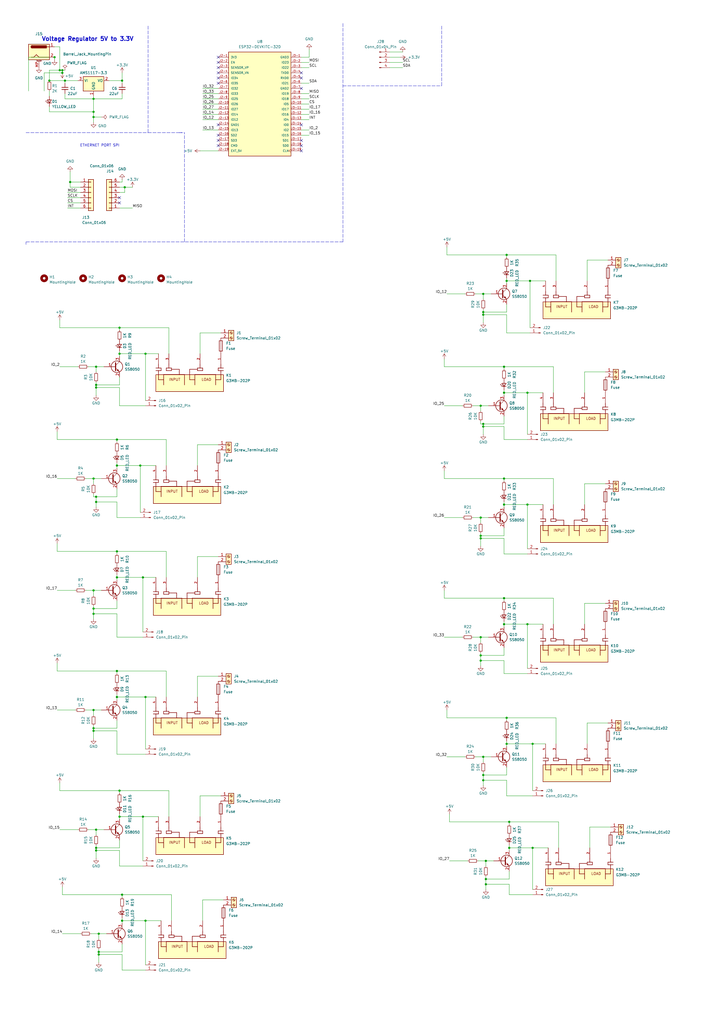
<source format=kicad_sch>
(kicad_sch (version 20231120) (generator "eeschema") (generator_version "8.0")
  (paper "User" 350 500)
  (title_block (title "Wira Smart Switch") (date "2024-12-27") (company "Perwira Teknologi"))
  (junction (at 247.65 350.52))
  (junction (at 247.65 363.22))
  (junction (at 45.72 355.6))
  (junction (at 45.72 48.26))
  (junction (at 246.38 246.38))
  (junction (at 260.35 414.02))
  (junction (at 29.21 34.29))
  (junction (at 236.22 208.28))
  (junction (at 236.22 381))
  (junction (at 248.92 414.02))
  (junction (at 246.38 233.68))
  (junction (at 46.99 405.13))
  (junction (at 237.49 431.8))
  (junction (at 247.65 137.16))
  (junction (at 58.42 160.02))
  (junction (at 71.12 340.36))
  (junction (at 57.15 269.24))
  (junction (at 46.99 187.96))
  (junction (at 257.81 191.77))
  (junction (at 236.22 207.01))
  (junction (at 246.38 292.1))
  (junction (at 237.49 420.37))
  (junction (at 234.95 261.62))
  (junction (at 45.72 346.71))
  (junction (at 48.26 466.09))
  (junction (at 234.95 252.73))
  (junction (at 236.22 152.4))
  (junction (at 60.96 91.44))
  (junction (at 34.29 88.9))
  (junction (at 24.13 39.37))
  (junction (at 46.99 179.07))
  (junction (at 58.42 386.08))
  (junction (at 236.22 153.67))
  (junction (at 260.35 363.22))
  (junction (at 46.99 415.29))
  (junction (at 57.15 214.63))
  (junction (at 45.72 54.61))
  (junction (at 58.42 172.72))
  (junction (at 45.72 297.18))
  (junction (at 246.38 304.8))
  (junction (at 48.26 464.82))
  (junction (at 48.26 455.93))
  (junction (at 46.99 414.02))
  (junction (at 45.72 299.72))
  (junction (at 69.85 281.94))
  (junction (at 236.22 143.51))
  (junction (at 71.12 449.58))
  (junction (at 59.69 449.58))
  (junction (at 46.99 242.57))
  (junction (at 246.38 191.77))
  (junction (at 31.75 39.37))
  (junction (at 57.15 327.66))
  (junction (at 57.15 340.36))
  (junction (at 30.48 35.56))
  (junction (at 71.12 172.72))
  (junction (at 58.42 398.78))
  (junction (at 46.99 245.11))
  (junction (at 236.22 369.57))
  (junction (at 30.48 34.29))
  (junction (at 45.72 288.29))
  (junction (at 57.15 281.94))
  (junction (at 69.85 398.78))
  (junction (at 234.95 320.04))
  (junction (at 45.72 233.68))
  (junction (at 57.15 227.33))
  (junction (at 234.95 322.58))
  (junction (at 45.72 356.87))
  (junction (at 237.49 429.26))
  (junction (at 234.95 311.15))
  (junction (at 259.08 137.16))
  (junction (at 68.58 227.33))
  (junction (at 234.95 262.89))
  (junction (at 236.22 378.46))
  (junction (at 246.38 179.07))
  (junction (at 248.92 401.32))
  (junction (at 257.81 246.38))
  (junction (at 234.95 198.12))
  (junction (at 26.67 27.94))
  (junction (at 59.69 39.37))
  (junction (at 46.99 189.23))
  (junction (at 257.81 304.8))
  (junction (at 59.69 436.88))
  (junction (at 45.72 57.15))
  (junction (at 247.65 124.46))
  (no_connect (at 147.32 68.58))
  (no_connect (at 106.68 40.64))
  (no_connect (at 147.32 71.12))
  (no_connect (at 106.68 30.48))
  (no_connect (at 106.68 27.94))
  (no_connect (at 106.68 38.1))
  (no_connect (at 106.68 71.12))
  (no_connect (at 147.32 73.66))
  (no_connect (at 58.42 99.06))
  (no_connect (at 106.68 60.96))
  (no_connect (at 147.32 38.1))
  (no_connect (at 106.68 33.02))
  (no_connect (at 58.42 96.52))
  (no_connect (at 106.68 66.04))
  (no_connect (at 106.68 68.58))
  (no_connect (at 147.32 35.56))
  (no_connect (at 147.32 43.18))
  (no_connect (at 147.32 60.96))
  (no_connect (at 106.68 35.56))
  (wire (pts (xy 29.21 179.07) (xy 38.1 179.07)))
  (wire (pts (xy 45.72 233.68) (xy 45.72 236.22)))
  (wire (pts (xy 59.69 448.31) (xy 59.69 449.58)))
  (wire (pts (xy 273.05 401.32) (xy 273.05 414.02)))
  (wire (pts (xy 45.72 354.33) (xy 45.72 355.6)))
  (wire (pts (xy 33.02 99.06) (xy 39.37 99.06)))
  (wire (pts (xy 58.42 160.02) (xy 82.55 160.02)))
  (wire (pts (xy 99.06 45.72) (xy 106.68 45.72)))
  (wire (pts (xy 260.35 414.02) (xy 260.35 434.34)))
  (wire (pts (xy 24.13 44.45) (xy 24.13 46.99)))
  (wire (pts (xy 247.65 162.56) (xy 247.65 153.67)))
  (wire (pts (xy 58.42 172.72) (xy 71.12 172.72)))
  (wire (pts (xy 57.15 339.09) (xy 57.15 340.36)))
  (wire (pts (xy 69.85 311.15) (xy 57.15 311.15)))
  (wire (pts (xy 13.97 44.45) (xy 13.97 27.94)))
  (wire (pts (xy 58.42 397.51) (xy 58.42 398.78)))
  (wire (pts (xy 219.71 397.51) (xy 219.71 401.32)))
  (wire (pts (xy 57.15 368.3) (xy 57.15 356.87)))
  (wire (pts (xy 237.49 429.26) (xy 237.49 431.8)))
  (wire (pts (xy 218.44 346.71) (xy 218.44 350.52)))
  (wire (pts (xy 71.12 473.71) (xy 59.69 473.71)))
  (wire (pts (xy 57.15 281.94) (xy 69.85 281.94)))
  (wire (pts (xy 232.41 369.57) (xy 236.22 369.57)))
  (wire (pts (xy 59.69 436.88) (xy 83.82 436.88)))
  (wire (pts (xy 30.48 436.88) (xy 59.69 436.88)))
  (wire (pts (xy 97.79 162.56) (xy 97.79 172.72)))
  (wire (pts (xy 13.97 27.94) (xy 26.67 27.94)))
  (wire (pts (xy 246.38 234.95) (xy 246.38 233.68)))
  (wire (pts (xy 46.99 189.23) (xy 46.99 193.04)))
  (wire (pts (xy 58.42 415.29) (xy 46.99 415.29)))
  (wire (pts (xy 59.69 473.71) (xy 59.69 466.09)))
  (wire (pts (xy 218.44 124.46) (xy 247.65 124.46)))
  (wire (pts (xy 57.15 215.9) (xy 57.15 214.63)))
  (wire (pts (xy 58.42 422.91) (xy 58.42 415.29)))
  (wire (pts (xy 260.35 363.22) (xy 266.7 363.22)))
  (wire (pts (xy 106.68 330.2) (xy 96.52 330.2)))
  (wire (pts (xy 58.42 91.44) (xy 60.96 91.44)))
  (wire (pts (xy 219.71 401.32) (xy 248.92 401.32)))
  (wire (pts (xy 247.65 381) (xy 236.22 381)))
  (wire (pts (xy 247.65 350.52) (xy 271.78 350.52)))
  (wire (pts (xy 58.42 161.29) (xy 58.42 160.02)))
  (wire (pts (xy 236.22 378.46) (xy 247.65 378.46)))
  (wire (pts (xy 45.72 346.71) (xy 45.72 349.25)))
  (wire (pts (xy 34.29 88.9) (xy 39.37 88.9)))
  (wire (pts (xy 57.15 245.11) (xy 46.99 245.11)))
  (wire (pts (xy 285.75 294.64) (xy 295.91 294.64)))
  (wire (pts (xy 69.85 422.91) (xy 58.42 422.91)))
  (wire (pts (xy 96.52 227.33) (xy 96.52 217.17)))
  (wire (pts (xy 231.14 252.73) (xy 234.95 252.73)))
  (wire (pts (xy 58.42 398.78) (xy 69.85 398.78)))
  (wire (pts (xy 257.81 304.8) (xy 265.43 304.8)))
  (wire (pts (xy 45.72 297.18) (xy 45.72 299.72)))
  (wire (pts (xy 29.21 160.02) (xy 58.42 160.02)))
  (wire (pts (xy 30.48 455.93) (xy 39.37 455.93)))
  (wire (pts (xy 271.78 124.46) (xy 271.78 137.16)))
  (wire (pts (xy 190.5 30.48) (xy 196.85 30.48)))
  (wire (pts (xy 71.12 368.3) (xy 57.15 368.3)))
  (wire (pts (xy 59.69 461.01) (xy 59.69 464.82)))
  (wire (pts (xy 29.21 22.86) (xy 29.21 34.29)))
  (wire (pts (xy 27.94 327.66) (xy 57.15 327.66)))
  (wire (pts (xy 247.65 137.16) (xy 259.08 137.16)))
  (wire (pts (xy 285.75 304.8) (xy 285.75 294.64)))
  (wire (pts (xy 41.91 288.29) (xy 45.72 288.29)))
  (wire (pts (xy 46.99 405.13) (xy 50.8 405.13)))
  (wire (pts (xy 21.59 35.56) (xy 30.48 35.56)))
  (wire (pts (xy 30.48 433.07) (xy 30.48 436.88)))
  (wire (pts (xy 57.15 356.87) (xy 45.72 356.87)))
  (wire (pts (xy 33.02 93.98) (xy 39.37 93.98)))
  (wire (pts (xy 45.72 242.57) (xy 46.99 242.57)))
  (wire (pts (xy 24.13 34.29) (xy 24.13 39.37)))
  (wire (pts (xy 45.72 346.71) (xy 49.53 346.71)))
  (wire (pts (xy 96.52 271.78) (xy 96.52 281.94)))
  (wire (pts (xy 248.92 431.8) (xy 237.49 431.8)))
  (wire (pts (xy 24.13 52.07) (xy 24.13 54.61)))
  (wire (pts (xy 259.08 160.02) (xy 259.08 137.16)))
  (wire (pts (xy 99.06 58.42) (xy 106.68 58.42)))
  (wire (pts (xy 27.94 346.71) (xy 36.83 346.71)))
  (wire (pts (xy 38.1 39.37) (xy 31.75 39.37)))
  (wire (pts (xy 234.95 260.35) (xy 234.95 261.62)))
  (wire (pts (xy 147.32 55.88) (xy 151.13 55.88)))
  (wire (pts (xy 237.49 420.37) (xy 237.49 422.91)))
  (wire (pts (xy 247.65 374.65) (xy 247.65 378.46)))
  (wire (pts (xy 232.41 143.51) (xy 236.22 143.51)))
  (wire (pts (xy 288.29 403.86) (xy 298.45 403.86)))
  (wire (pts (xy 147.32 45.72) (xy 151.13 45.72)))
  (wire (pts (xy 236.22 369.57) (xy 236.22 372.11)))
  (wire (pts (xy 246.38 293.37) (xy 246.38 292.1)))
  (wire (pts (xy 247.65 137.16) (xy 247.65 138.43)))
  (wire (pts (xy 57.15 270.51) (xy 57.15 269.24)))
  (wire (pts (xy 39.37 91.44) (xy 34.29 91.44)))
  (wire (pts (xy 147.32 27.94) (xy 151.13 27.94)))
  (wire (pts (xy 81.28 214.63) (xy 81.28 227.33)))
  (wire (pts (xy 57.15 226.06) (xy 57.15 227.33)))
  (wire (pts (xy 270.51 233.68) (xy 270.51 246.38)))
  (wire (pts (xy 59.69 449.58) (xy 71.12 449.58)))
  (wire (pts (xy 46.99 179.07) (xy 50.8 179.07)))
  (wire (pts (xy 270.51 292.1) (xy 270.51 304.8)))
  (wire (pts (xy 99.06 48.26) (xy 106.68 48.26)))
  (wire (pts (xy 147.32 58.42) (xy 151.13 58.42)))
  (wire (pts (xy 234.95 320.04) (xy 246.38 320.04)))
  (wire (pts (xy 82.55 160.02) (xy 82.55 172.72)))
  (wire (pts (xy 46.99 414.02) (xy 58.42 414.02)))
  (wire (pts (xy 259.08 137.16) (xy 266.7 137.16)))
  (wire (pts (xy 45.72 295.91) (xy 45.72 297.18)))
  (wire (pts (xy 24.13 34.29) (xy 29.21 34.29)))
  (wire (pts (xy 236.22 152.4) (xy 247.65 152.4)))
  (wire (pts (xy 271.78 350.52) (xy 271.78 363.22)))
  (wire (pts (xy 45.72 355.6) (xy 45.72 356.87)))
  (wire (pts (xy 45.72 54.61) (xy 45.72 57.15)))
  (wire (pts (xy 246.38 328.93) (xy 246.38 322.58)))
  (wire (pts (xy 27.94 288.29) (xy 36.83 288.29)))
  (wire (pts (xy 46.99 412.75) (xy 46.99 414.02)))
  (wire (pts (xy 46.99 414.02) (xy 46.99 415.29)))
  (wire (pts (xy 71.12 340.36) (xy 76.2 340.36)))
  (wire (pts (xy 71.12 172.72) (xy 77.47 172.72)))
  (wire (pts (xy 260.35 436.88) (xy 248.92 436.88)))
  (wire (pts (xy 287.02 127) (xy 297.18 127)))
  (wire (pts (xy 27.94 323.85) (xy 27.94 327.66)))
  (polyline (pts (xy 167.64 118.11) (xy 12.7 118.11)) (stroke (width 0) (type dash)))
  (wire (pts (xy 57.15 269.24) (xy 81.28 269.24)))
  (wire (pts (xy 246.38 245.11) (xy 246.38 246.38)))
  (wire (pts (xy 257.81 304.8) (xy 257.81 326.39)))
  (wire (pts (xy 217.17 311.15) (xy 226.06 311.15)))
  (wire (pts (xy 46.99 242.57) (xy 46.99 245.11)))
  (wire (pts (xy 217.17 292.1) (xy 246.38 292.1)))
  (wire (pts (xy 234.95 261.62) (xy 246.38 261.62)))
  (wire (pts (xy 58.42 386.08) (xy 82.55 386.08)))
  (wire (pts (xy 246.38 262.89) (xy 234.95 262.89)))
  (wire (pts (xy 46.99 415.29) (xy 46.99 419.1)))
  (wire (pts (xy 248.92 414.02) (xy 260.35 414.02)))
  (wire (pts (xy 58.42 198.12) (xy 58.42 189.23)))
  (wire (pts (xy 257.81 328.93) (xy 246.38 328.93)))
  (wire (pts (xy 190.5 33.02) (xy 196.85 33.02)))
  (wire (pts (xy 81.28 269.24) (xy 81.28 281.94)))
  (wire (pts (xy 29.21 386.08) (xy 58.42 386.08)))
  (wire (pts (xy 234.95 205.74) (xy 234.95 207.01)))
  (wire (pts (xy 236.22 207.01) (xy 246.38 207.01)))
  (wire (pts (xy 217.17 288.29) (xy 217.17 292.1)))
  (wire (pts (xy 246.38 180.34) (xy 246.38 179.07)))
  (wire (pts (xy 57.15 327.66) (xy 81.28 327.66)))
  (wire (pts (xy 58.42 172.72) (xy 58.42 173.99)))
  (polyline (pts (xy 12.7 118.11) (xy 12.7 119.38)))
  (wire (pts (xy 48.26 463.55) (xy 48.26 464.82)))
  (wire (pts (xy 247.65 153.67) (xy 236.22 153.67)))
  (wire (pts (xy 246.38 191.77) (xy 257.81 191.77)))
  (wire (pts (xy 71.12 340.36) (xy 71.12 365.76)))
  (wire (pts (xy 190.5 27.94) (xy 195.58 27.94)))
  (wire (pts (xy 21.59 44.45) (xy 21.59 35.56)))
  (wire (pts (xy 285.75 191.77) (xy 285.75 181.61)))
  (wire (pts (xy 231.14 311.15) (xy 234.95 311.15)))
  (wire (pts (xy 217.17 179.07) (xy 246.38 179.07)))
  (wire (pts (xy 46.99 242.57) (xy 57.15 242.57)))
  (wire (pts (xy 60.96 93.98) (xy 60.96 91.44)))
  (wire (pts (xy 46.99 187.96) (xy 46.99 189.23)))
  (wire (pts (xy 58.42 93.98) (xy 60.96 93.98)))
  (wire (pts (xy 248.92 402.59) (xy 248.92 401.32)))
  (wire (pts (xy 68.58 227.33) (xy 68.58 250.19)))
  (wire (pts (xy 29.21 34.29) (xy 30.48 34.29)))
  (wire (pts (xy 33.02 96.52) (xy 39.37 96.52)))
  (wire (pts (xy 260.35 388.62) (xy 247.65 388.62)))
  (wire (pts (xy 247.65 363.22) (xy 260.35 363.22)))
  (wire (pts (xy 236.22 143.51) (xy 236.22 146.05)))
  (wire (pts (xy 59.69 35.56) (xy 59.69 39.37)))
  (wire (pts (xy 24.13 39.37) (xy 31.75 39.37)))
  (wire (pts (xy 246.38 303.53) (xy 246.38 304.8)))
  (wire (pts (xy 57.15 280.67) (xy 57.15 281.94)))
  (wire (pts (xy 234.95 198.12) (xy 234.95 200.66)))
  (wire (pts (xy 71.12 449.58) (xy 71.12 471.17)))
  (wire (pts (xy 30.48 34.29) (xy 31.75 34.29)))
  (wire (pts (xy 26.67 22.86) (xy 29.21 22.86)))
  (wire (pts (xy 237.49 429.26) (xy 248.92 429.26)))
  (wire (pts (xy 30.48 34.29) (xy 30.48 35.56)))
  (wire (pts (xy 48.26 455.93) (xy 52.07 455.93)))
  (wire (pts (xy 59.69 88.9) (xy 59.69 87.63)))
  (wire (pts (xy 59.69 449.58) (xy 59.69 450.85)))
  (wire (pts (xy 57.15 281.94) (xy 57.15 283.21)))
  (wire (pts (xy 257.81 270.51) (xy 246.38 270.51)))
  (wire (pts (xy 45.72 48.26) (xy 45.72 54.61)))
  (wire (pts (xy 43.18 405.13) (xy 46.99 405.13)))
  (wire (pts (xy 97.79 388.62) (xy 107.95 388.62)))
  (wire (pts (xy 45.72 241.3) (xy 45.72 242.57)))
  (wire (pts (xy 247.65 125.73) (xy 247.65 124.46)))
  (wire (pts (xy 234.95 198.12) (xy 238.76 198.12)))
  (wire (pts (xy 59.69 438.15) (xy 59.69 436.88)))
  (wire (pts (xy 45.72 233.68) (xy 49.53 233.68)))
  (wire (pts (xy 27.94 210.82) (xy 27.94 214.63)))
  (wire (pts (xy 234.95 320.04) (xy 234.95 322.58)))
  (wire (pts (xy 190.5 25.4) (xy 196.85 25.4)))
  (wire (pts (xy 58.42 184.15) (xy 58.42 187.96)))
  (wire (pts (xy 246.38 304.8) (xy 257.81 304.8)))
  (wire (pts (xy 236.22 143.51) (xy 240.03 143.51)))
  (wire (pts (xy 236.22 381) (xy 236.22 383.54)))
  (wire (pts (xy 246.38 304.8) (xy 246.38 306.07)))
  (polyline (pts (xy 72.39 12.7) (xy 72.39 64.77)) (stroke (width 0) (type dash)))
  (wire (pts (xy 58.42 88.9) (xy 59.69 88.9)))
  (wire (pts (xy 27.94 214.63) (xy 57.15 214.63)))
  (wire (pts (xy 99.06 55.88) (xy 106.68 55.88)))
  (wire (pts (xy 57.15 351.79) (xy 57.15 355.6)))
  (wire (pts (xy 45.72 356.87) (xy 45.72 360.68)))
  (wire (pts (xy 246.38 191.77) (xy 246.38 193.04)))
  (wire (pts (xy 27.94 265.43) (xy 27.94 269.24)))
  (wire (pts (xy 48.26 464.82) (xy 59.69 464.82)))
  (wire (pts (xy 270.51 179.07) (xy 270.51 191.77)))
  (wire (pts (xy 58.42 410.21) (xy 58.42 414.02)))
  (wire (pts (xy 45.72 48.26) (xy 59.69 48.26)))
  (wire (pts (xy 71.12 198.12) (xy 58.42 198.12)))
  (wire (pts (xy 48.26 464.82) (xy 48.26 466.09)))
  (wire (pts (xy 246.38 322.58) (xy 234.95 322.58)))
  (wire (pts (xy 96.52 217.17) (xy 106.68 217.17)))
  (wire (pts (xy 41.91 233.68) (xy 45.72 233.68)))
  (wire (pts (xy 147.32 66.04) (xy 151.13 66.04)))
  (wire (pts (xy 237.49 420.37) (xy 241.3 420.37)))
  (wire (pts (xy 99.06 63.5) (xy 106.68 63.5)))
  (wire (pts (xy 69.85 281.94) (xy 76.2 281.94)))
  (wire (pts (xy 57.15 328.93) (xy 57.15 327.66)))
  (wire (pts (xy 246.38 208.28) (xy 236.22 208.28)))
  (wire (pts (xy 45.72 57.15) (xy 45.72 59.69)))
  (wire (pts (xy 248.92 412.75) (xy 248.92 414.02)))
  (polyline (pts (xy 167.64 11.43) (xy 167.64 118.11)) (stroke (width 0) (type dash)))
  (wire (pts (xy 71.12 172.72) (xy 71.12 195.58)))
  (wire (pts (xy 46.99 405.13) (xy 46.99 407.67)))
  (wire (pts (xy 234.95 311.15) (xy 238.76 311.15)))
  (wire (pts (xy 96.52 330.2) (xy 96.52 340.36)))
  (wire (pts (xy 246.38 190.5) (xy 246.38 191.77)))
  (wire (pts (xy 234.95 261.62) (xy 234.95 262.89)))
  (wire (pts (xy 147.32 48.26) (xy 151.13 48.26)))
  (wire (pts (xy 236.22 378.46) (xy 236.22 381)))
  (wire (pts (xy 236.22 153.67) (xy 236.22 157.48)))
  (wire (pts (xy 288.29 414.02) (xy 288.29 403.86)))
  (wire (pts (xy 46.99 186.69) (xy 46.99 187.96)))
  (wire (pts (xy 97.79 73.66) (xy 106.68 73.66)))
  (wire (pts (xy 147.32 40.64) (xy 151.13 40.64)))
  (wire (pts (xy 257.81 246.38) (xy 257.81 267.97)))
  (wire (pts (xy 151.13 24.13) (xy 151.13 27.94)))
  (wire (pts (xy 68.58 227.33) (xy 76.2 227.33)))
  (wire (pts (xy 217.17 198.12) (xy 226.06 198.12)))
  (polyline (pts (xy 12.7 64.77) (xy 72.39 64.77)) (stroke (width 0) (type dash)))
  (wire (pts (xy 99.06 449.58) (xy 99.06 439.42)))
  (wire (pts (xy 233.68 420.37) (xy 237.49 420.37)))
  (wire (pts (xy 217.17 175.26) (xy 217.17 179.07)))
  (wire (pts (xy 219.71 420.37) (xy 228.6 420.37)))
  (wire (pts (xy 246.38 246.38) (xy 246.38 247.65)))
  (wire (pts (xy 58.42 171.45) (xy 58.42 172.72)))
  (wire (pts (xy 247.65 135.89) (xy 247.65 137.16)))
  (wire (pts (xy 43.18 179.07) (xy 46.99 179.07)))
  (wire (pts (xy 248.92 401.32) (xy 273.05 401.32)))
  (wire (pts (xy 246.38 233.68) (xy 270.51 233.68)))
  (wire (pts (xy 248.92 436.88) (xy 248.92 431.8)))
  (wire (pts (xy 218.44 369.57) (xy 227.33 369.57)))
  (wire (pts (xy 247.65 148.59) (xy 247.65 152.4)))
  (wire (pts (xy 147.32 53.34) (xy 151.13 53.34)))
  (wire (pts (xy 217.17 229.87) (xy 217.17 233.68)))
  (wire (pts (xy 41.91 346.71) (xy 45.72 346.71)))
  (wire (pts (xy 246.38 316.23) (xy 246.38 320.04)))
  (wire (pts (xy 234.95 322.58) (xy 234.95 325.12)))
  (wire (pts (xy 234.95 252.73) (xy 234.95 255.27)))
  (wire (pts (xy 29.21 405.13) (xy 38.1 405.13)))
  (wire (pts (xy 45.72 355.6) (xy 57.15 355.6)))
  (wire (pts (xy 29.21 382.27) (xy 29.21 386.08)))
  (wire (pts (xy 57.15 340.36) (xy 57.15 341.63)))
  (wire (pts (xy 147.32 63.5) (xy 151.13 63.5)))
  (wire (pts (xy 234.95 311.15) (xy 234.95 313.69)))
  (wire (pts (xy 260.35 414.02) (xy 267.97 414.02)))
  (wire (pts (xy 99.06 53.34) (xy 106.68 53.34)))
  (wire (pts (xy 217.17 252.73) (xy 226.06 252.73)))
  (wire (pts (xy 236.22 207.01) (xy 236.22 208.28)))
  (wire (pts (xy 58.42 189.23) (xy 46.99 189.23)))
  (wire (pts (xy 58.42 101.6) (xy 64.77 101.6)))
  (wire (pts (xy 99.06 50.8) (xy 106.68 50.8)))
  (wire (pts (xy 29.21 156.21) (xy 29.21 160.02)))
  (wire (pts (xy 218.44 350.52) (xy 247.65 350.52)))
  (wire (pts (xy 48.26 455.93) (xy 48.26 458.47)))
  (wire (pts (xy 234.95 262.89) (xy 234.95 266.7)))
  (wire (pts (xy 34.29 88.9) (xy 34.29 91.44)))
  (wire (pts (xy 246.38 257.81) (xy 246.38 261.62)))
  (wire (pts (xy 287.02 363.22) (xy 287.02 353.06)))
  (wire (pts (xy 33.02 101.6) (xy 39.37 101.6)))
  (wire (pts (xy 234.95 207.01) (xy 236.22 207.01)))
  (wire (pts (xy 236.22 377.19) (xy 236.22 378.46)))
  (wire (pts (xy 287.02 353.06) (xy 297.18 353.06)))
  (wire (pts (xy 58.42 387.35) (xy 58.42 386.08)))
  (wire (pts (xy 99.06 439.42) (xy 109.22 439.42)))
  (polyline (pts (xy 215.9 12.7) (xy 215.9 41.91)) (stroke (width 0) (type dash)))
  (wire (pts (xy 257.81 212.09) (xy 257.81 191.77)))
  (wire (pts (xy 246.38 203.2) (xy 246.38 207.01)))
  (wire (pts (xy 147.32 30.48) (xy 151.13 30.48)))
  (wire (pts (xy 81.28 327.66) (xy 81.28 340.36)))
  (wire (pts (xy 46.99 179.07) (xy 46.99 181.61)))
  (wire (pts (xy 31.75 45.72) (xy 31.75 48.26)))
  (wire (pts (xy 107.95 162.56) (xy 97.79 162.56)))
  (wire (pts (xy 246.38 246.38) (xy 257.81 246.38)))
  (wire (pts (xy 59.69 39.37) (xy 59.69 40.64)))
  (wire (pts (xy 218.44 120.65) (xy 218.44 124.46)))
  (wire (pts (xy 248.92 425.45) (xy 248.92 429.26)))
  (wire (pts (xy 57.15 340.36) (xy 71.12 340.36)))
  (wire (pts (xy 248.92 414.02) (xy 248.92 415.29)))
  (wire (pts (xy 59.69 48.26) (xy 59.69 45.72)))
  (wire (pts (xy 83.82 436.88) (xy 83.82 449.58)))
  (wire (pts (xy 57.15 299.72) (xy 45.72 299.72)))
  (wire (pts (xy 237.49 427.99) (xy 237.49 429.26)))
  (wire (pts (xy 247.65 361.95) (xy 247.65 363.22)))
  (wire (pts (xy 260.35 363.22) (xy 260.35 386.08)))
  (polyline (pts (xy 87.63 64.77) (xy 90.17 64.77)) (stroke (width 0) (type dash)))
  (wire (pts (xy 44.45 455.93) (xy 48.26 455.93)))
  (wire (pts (xy 147.32 50.8) (xy 151.13 50.8)))
  (wire (pts (xy 246.38 292.1) (xy 270.51 292.1)))
  (wire (pts (xy 257.81 191.77) (xy 265.43 191.77)))
  (wire (pts (xy 99.06 43.18) (xy 106.68 43.18)))
  (wire (pts (xy 53.34 39.37) (xy 59.69 39.37)))
  (wire (pts (xy 34.29 83.82) (xy 34.29 88.9)))
  (wire (pts (xy 31.75 48.26) (xy 45.72 48.26)))
  (wire (pts (xy 57.15 252.73) (xy 57.15 245.11)))
  (wire (pts (xy 257.81 246.38) (xy 265.43 246.38)))
  (wire (pts (xy 59.69 466.09) (xy 48.26 466.09)))
  (wire (pts (xy 69.85 398.78) (xy 69.85 420.37)))
  (wire (pts (xy 45.72 297.18) (xy 57.15 297.18)))
  (wire (pts (xy 71.12 449.58) (xy 78.74 449.58)))
  (wire (pts (xy 45.72 299.72) (xy 45.72 302.26)))
  (wire (pts (xy 46.99 245.11) (xy 46.99 247.65)))
  (wire (pts (xy 231.14 198.12) (xy 234.95 198.12)))
  (wire (pts (xy 97.79 398.78) (xy 97.79 388.62)))
  (wire (pts (xy 57.15 238.76) (xy 57.15 242.57)))
  (wire (pts (xy 45.72 46.99) (xy 45.72 48.26)))
  (wire (pts (xy 236.22 152.4) (xy 236.22 153.67)))
  (polyline (pts (xy 90.17 118.11) (xy 90.17 64.77)) (stroke (width 0) (type dash)))
  (wire (pts (xy 218.44 143.51) (xy 227.33 143.51)))
  (wire (pts (xy 45.72 288.29) (xy 45.72 290.83)))
  (wire (pts (xy 27.94 233.68) (xy 36.83 233.68)))
  (wire (pts (xy 45.72 288.29) (xy 49.53 288.29)))
  (wire (pts (xy 257.81 214.63) (xy 246.38 214.63)))
  (wire (pts (xy 259.08 162.56) (xy 247.65 162.56)))
  (wire (pts (xy 285.75 236.22) (xy 285.75 246.38)))
  (wire (pts (xy 57.15 293.37) (xy 57.15 297.18)))
  (wire (pts (xy 69.85 398.78) (xy 77.47 398.78)))
  (wire (pts (xy 82.55 386.08) (xy 82.55 398.78)))
  (wire (pts (xy 26.67 27.94) (xy 26.67 29.21)))
  (wire (pts (xy 45.72 57.15) (xy 49.53 57.15)))
  (wire (pts (xy 58.42 398.78) (xy 58.42 400.05)))
  (wire (pts (xy 287.02 127) (xy 287.02 137.16)))
  (wire (pts (xy 295.91 236.22) (xy 285.75 236.22)))
  (wire (pts (xy 57.15 214.63) (xy 81.28 214.63)))
  (wire (pts (xy 246.38 270.51) (xy 246.38 262.89)))
  (wire (pts (xy 31.75 39.37) (xy 31.75 40.64)))
  (wire (pts (xy 246.38 214.63) (xy 246.38 208.28)))
  (wire (pts (xy 24.13 54.61) (xy 45.72 54.61)))
  (wire (pts (xy 236.22 151.13) (xy 236.22 152.4)))
  (wire (pts (xy 237.49 431.8) (xy 237.49 434.34)))
  (wire (pts (xy 247.65 363.22) (xy 247.65 364.49)))
  (wire (pts (xy 234.95 318.77) (xy 234.95 320.04)))
  (polyline (pts (xy 167.64 41.91) (xy 215.9 41.91)) (stroke (width 0) (type dash)))
  (wire (pts (xy 46.99 187.96) (xy 58.42 187.96)))
  (wire (pts (xy 217.17 233.68) (xy 246.38 233.68)))
  (wire (pts (xy 247.65 351.79) (xy 247.65 350.52)))
  (wire (pts (xy 147.32 33.02) (xy 151.13 33.02)))
  (wire (pts (xy 57.15 227.33) (xy 57.15 228.6)))
  (wire (pts (xy 247.65 124.46) (xy 271.78 124.46)))
  (wire (pts (xy 246.38 179.07) (xy 270.51 179.07)))
  (polyline (pts (xy 72.39 64.77) (xy 88.9 64.77)) (stroke (width 0) (type dash)))
  (wire (pts (xy 236.22 208.28) (xy 236.22 212.09)))
  (wire (pts (xy 48.26 466.09) (xy 48.26 469.9)))
  (wire (pts (xy 68.58 252.73) (xy 57.15 252.73)))
  (wire (pts (xy 106.68 271.78) (xy 96.52 271.78)))
  (wire (pts (xy 69.85 281.94) (xy 69.85 308.61)))
  (wire (pts (xy 234.95 252.73) (xy 238.76 252.73)))
  (wire (pts (xy 285.75 181.61) (xy 295.91 181.61)))
  (wire (pts (xy 236.22 369.57) (xy 240.03 369.57)))
  (wire (pts (xy 57.15 311.15) (xy 57.15 299.72)))
  (wire (pts (xy 60.96 91.44) (xy 64.77 91.44)))
  (wire (pts (xy 247.65 388.62) (xy 247.65 381)))
  (wire (pts (xy 57.15 227.33) (xy 68.58 227.33)))
  (wire (pts (xy 27.94 269.24) (xy 57.15 269.24)))
  (text "Voltage Regulator 5V to 3.3V" (at 20.32 20.32 0) (effects (font (size 2 2) (thickness 0.4) (bold yes)) (justify left bottom)))
  (text "ETHERNET PORT SPI\n" (at 48.768 71.12 0) (effects (font (size 1.27 1.27))))
  (label "IO_12" (at 218.44 143.51 180))
  (label "IO_14" (at 99.06 55.88 0))
  (label "IO_13" (at 27.94 346.71 180))
  (label "IO_32" (at 218.44 369.57 180))
  (label "IO_33" (at 217.17 311.15 180))
  (label "IO_15" (at 29.21 405.13 180))
  (label "IO_27" (at 99.06 53.34 0))
  (label "IO_2" (at 29.21 179.07 180))
  (label "MISO" (at 64.77 101.6 0))
  (label "IO_17" (at 27.94 288.29 180))
  (label "MOSI" (at 33.02 93.98 0))
  (label "MISO" (at 151.13 45.72 0))
  (label "IO_13" (at 99.06 63.5 0))
  (label "IO_16" (at 27.94 233.68 180))
  (label "IO_33" (at 99.06 45.72 0))
  (label "CS" (at 151.13 50.8 0))
  (label "SDA" (at 151.13 40.64 0))
  (label "IO_16" (at 151.13 55.88 0))
  (label "CS" (at 33.02 99.06 0))
  (label "IO_14" (at 30.48 455.93 180))
  (label "SDA" (at 196.85 33.02 0))
  (label "IO_27" (at 219.71 420.37 180))
  (label "SCLK" (at 33.02 96.52 0))
  (label "IO_15" (at 151.13 66.04 0))
  (label "IO_12" (at 99.06 58.42 0))
  (label "IO_26" (at 217.17 252.73 180))
  (label "SCLK" (at 151.13 48.26 0))
  (label "IO_25" (at 99.06 48.26 0))
  (label "SCL" (at 151.13 33.02 0))
  (label "INT" (at 33.02 101.6 0))
  (label "IO_25" (at 217.17 198.12 180))
  (label "IO_32" (at 99.06 43.18 0))
  (label "IO_2" (at 151.13 63.5 0))
  (label "MOSI" (at 151.13 30.48 0))
  (label "IO_26" (at 99.06 50.8 0))
  (label "SCL" (at 196.85 30.48 0))
  (label "IO_17" (at 151.13 53.34 0))
  (label "INT" (at 151.13 58.42 0))
  (symbol (lib_id "power:+5V") (at 218.44 346.71 0) (unit 1)
    (property "Reference" "#PWR023" (effects (hide yes)))
    (property "Value" "+5V" (at 218.44 342.9 0))
  )
  (symbol (lib_id "Device:R_Small") (at 228.6 198.12 270) (unit 1)
    (property "Reference" "R20" (at 228.6 193.04 90))
    (property "Value" "1K" (at 228.6 195.58 90))
    (property "Footprint" "Resistor_SMD:R_0805_2012Metric_Pad1.20x1.40mm_HandSolder" (effects (hide yes)))
  )
  (symbol (lib_id "Device:LED_Small") (at 57.15 278.13 90) (unit 1)
    (property "Reference" "D7" (at 59.69 278.13 0))
    (property "Value" "RED_LED" (at 62.23 280.67 0))
    (property "Footprint" "LED_SMD:LED_0805_2012Metric_Pad1.15x1.40mm_HandSolder" (effects (hide yes)))
  )
  (symbol (lib_id "power:PWR_FLAG") (at 49.53 57.15 270) (unit 1)
    (property "Reference" "#FLG02" (effects (hide yes)))
    (property "Value" "PWR_FLAG" (at 53.34 57.1499 90) (effects (justify left)))
    (property "Description" "Special symbol for telling ERC where power comes from" (effects (hide yes)))
  )
  (symbol (lib_id "Connector:Screw_Terminal_01x02") (at 113.03 162.56 0) (unit 1)
    (property "Reference" "J1" (at 115.57 162.5599 0) (effects (justify left)))
    (property "Value" "Screw_Terminal_01x02" (at 115.57 165.0999 0) (effects (justify left)))
    (property "Footprint" "TerminalBlock:TerminalBlock_Wuerth_691311400102_P7.62mm" (effects (hide yes)))
    (property "Description" "Generic screw terminal, single row, 01x02, script generated (kicad-library-utils/schlib/autogen/connector/)" (effects (hide yes)))
  )
  (symbol (lib_id "Transistor_BJT:SS8050") (at 55.88 405.13 0) (unit 1)
    (property "Reference" "Q5" (at 60.96 403.8599 0) (effects (justify left)))
    (property "Value" "SS8050" (at 60.96 406.3999 0) (effects (justify left)))
    (property "Footprint" "Package_TO_SOT_SMD:SOT-23" (effects (hide yes)))
    (property "Datasheet" "http://www.secosgmbh.com/datasheet/products/SSMPTransistor/SOT-23/SS8050.pdf" (effects (hide yes)))
    (property "Description" "General Purpose NPN Transistor, 1.5A Ic, 25V Vce, SOT-23" (effects (hide yes)))
  )
  (symbol (lib_id "Device:C_Small") (at 59.69 43.18 0) (unit 1)
    (property "Reference" "C6" (at 54.61 43.18 0) (effects (justify left)))
    (property "Value" "22uF" (at 53.34 45.72 0) (effects (justify left)))
    (property "Footprint" "Capacitor_SMD:C_0805_2012Metric_Pad1.18x1.45mm_HandSolder" (effects (hide yes)))
  )
  (symbol (lib_id "power:GND") (at 46.99 193.04 0) (unit 1)
    (property "Reference" "#PWR09" (effects (hide yes)))
    (property "Value" "GND" (at 46.99 196.85 0))
  )
  (symbol (lib_id "Device:R_Small") (at 45.72 238.76 0) (unit 1)
    (property "Reference" "R5" (at 40.64 238.76 90))
    (property "Value" "10K" (at 43.18 238.76 90))
    (property "Footprint" "Resistor_SMD:R_0805_2012Metric_Pad1.20x1.40mm_HandSolder" (effects (hide yes)))
  )
  (symbol (lib_id "Device:R_Small") (at 58.42 389.89 180) (unit 1)
    (property "Reference" "R16" (at 63.5 389.89 90))
    (property "Value" "1K" (at 60.96 389.89 90))
    (property "Footprint" "Resistor_SMD:R_0805_2012Metric_Pad1.20x1.40mm_HandSolder" (effects (hide yes)))
  )
  (symbol (lib_id "Device:R_Small") (at 57.15 273.05 180) (unit 1)
    (property "Reference" "R10" (at 62.23 273.05 90))
    (property "Value" "1K" (at 59.69 273.05 90))
    (property "Footprint" "Resistor_SMD:R_0805_2012Metric_Pad1.20x1.40mm_HandSolder" (effects (hide yes)))
  )
  (symbol (lib_id "Transistor_BJT:SS8050") (at 55.88 179.07 0) (unit 1)
    (property "Reference" "Q1" (at 60.96 177.7999 0) (effects (justify left)))
    (property "Value" "SS8050" (at 60.96 180.3399 0) (effects (justify left)))
    (property "Footprint" "Package_TO_SOT_SMD:SOT-23" (effects (hide yes)))
    (property "Datasheet" "http://www.secosgmbh.com/datasheet/products/SSMPTransistor/SOT-23/SS8050.pdf" (effects (hide yes)))
    (property "Description" "General Purpose NPN Transistor, 1.5A Ic, 25V Vce, SOT-23" (effects (hide yes)))
  )
  (symbol (lib_id "power:GND") (at 236.22 212.09 0) (unit 1)
    (property "Reference" "#PWR028" (effects (hide yes)))
    (property "Value" "GND" (at 236.22 215.9 0))
  )
  (symbol (lib_id "Device:R_Small") (at 39.37 288.29 270) (unit 1)
    (property "Reference" "R7" (at 39.37 283.21 90))
    (property "Value" "1K" (at 39.37 285.75 90))
    (property "Footprint" "Resistor_SMD:R_0805_2012Metric_Pad1.20x1.40mm_HandSolder" (effects (hide yes)))
  )
  (symbol (lib_id "G3MB-202P:G3MB-202P") (at 91.44 240.03 0) (unit 1)
    (property "Reference" "K2" (at 109.22 237.8603 0) (effects (justify left)))
    (property "Value" "G3MB-202P" (at 109.22 240.538 0) (effects (justify left)))
    (property "Footprint" "G3MB-202P:RELAY_G3MB-202P" (effects (hide yes)))
    (property "MF" "Omron Automation" (effects (hide yes)))
    (property "MAXIMUM_PACKAGE_HEIGHT" "20.5mm" (effects (hide yes)))
    (property "Package" "SIP-4 Omron Automation" (effects (hide yes)))
    (property "Price" "None" (effects (hide yes)))
    (property "Check_prices" "https://www.snapeda.com/parts/G3MB-202P/Omron/view-part/?ref=eda" (effects (hide yes)))
    (property "STANDARD" "Manufacturer Recommendations" (effects (hide yes)))
    (property "PARTREV" "J091-E1-1A" (effects (hide yes)))
    (property "SnapEDA_Link" "https://www.snapeda.com/parts/G3MB-202P/Omron/view-part/?ref=snap" (effects (hide yes)))
    (property "MP" "G3MB-202P" (effects (hide yes)))
    (property "Description_1" "\n                        \n                            Solid State  SPST-NO (1 Form A) 4-SIP\n                        \n" (effects (hide yes)))
    (property "Availability" "Not in stock" (effects (hide yes)))
    (property "MANUFACTURER" "Omron Automation and Safety" (effects (hide yes)))
  )
  (symbol (lib_id "power:GND") (at 237.49 434.34 0) (unit 1)
    (property "Reference" "#PWR030" (effects (hide yes)))
    (property "Value" "GND" (at 237.49 438.15 0))
  )
  (symbol (lib_id "Device:R_Small") (at 231.14 420.37 270) (unit 1)
    (property "Reference" "R25" (at 231.14 415.29 90))
    (property "Value" "1K" (at 231.14 417.83 90))
    (property "Footprint" "Resistor_SMD:R_0805_2012Metric_Pad1.20x1.40mm_HandSolder" (effects (hide yes)))
  )
  (symbol (lib_name "+3.3V_1") (lib_id "power:+3.3V") (at 195.58 27.94 270) (unit 1)
    (property "Reference" "#PWR032" (effects (hide yes)))
    (property "Value" "+3.3V" (at 199.39 27.9399 90) (effects (justify left)))
    (property "Description" "Power symbol creates a global label with name \"+3.3V\"" (effects (hide yes)))
  )
  (symbol (lib_id "Device:Fuse") (at 297.18 133.35 180) (unit 1)
    (property "Reference" "F7" (at 299.72 132.0799 0) (effects (justify right)))
    (property "Value" "Fuse" (at 299.72 134.6199 0) (effects (justify right)))
    (property "Footprint" "Fuse:Fuseholder_Littelfuse_100_series_5x20mm" (effects (hide yes)))
    (property "Description" "Fuse" (effects (hide yes)))
  )
  (symbol (lib_id "Device:R_Small") (at 40.64 405.13 270) (unit 1)
    (property "Reference" "R14" (at 40.64 400.05 90))
    (property "Value" "1K" (at 40.64 402.59 90))
    (property "Footprint" "Resistor_SMD:R_0805_2012Metric_Pad1.20x1.40mm_HandSolder" (effects (hide yes)))
  )
  (symbol (lib_id "Mechanical:MountingHole") (at 21.59 135.89 0) (unit 1)
    (property "Reference" "H1" (at 24.13 135.255 0) (effects (justify left)))
    (property "Value" "MountingHole" (at 24.13 137.795 0) (effects (justify left)))
    (property "Footprint" "MountingHole:MountingHole_3.2mm_M3_DIN965_Pad" (effects (hide yes)))
  )
  (symbol (lib_id "Connector:Conn_01x02_Pin") (at 265.43 436.88 180) (unit 1)
    (property "Reference" "J27" (at 266.7 434.3399 0) (effects (justify right)))
    (property "Value" "Conn_01x02_Pin" (at 266.7 436.8799 0) (effects (justify right)))
    (property "Footprint" "Connector_JST:JST_EH_B2B-EH-A_1x02_P2.50mm_Vertical" (effects (hide yes)))
    (property "Description" "Generic connector, single row, 01x02, script generated" (effects (hide yes)))
  )
  (symbol (lib_id "Device:LED_Small") (at 58.42 168.91 90) (unit 1)
    (property "Reference" "D3" (at 60.96 168.91 0))
    (property "Value" "RED_LED" (at 63.5 171.45 0))
    (property "Footprint" "LED_SMD:LED_0805_2012Metric_Pad1.15x1.40mm_HandSolder" (effects (hide yes)))
  )
  (symbol (lib_id "local_lib:AMS1117-3.3") (at 45.72 39.37 0) (unit 1)
    (property "Reference" "U1" (at 45.72 33.02 0))
    (property "Value" "AMS1117-3.3" (at 45.72 35.56 0))
    (property "Footprint" "local_lib:SOT-223-3_TabPin2" (effects (hide yes)))
    (property "Datasheet" "http://www.advanced-monolithic.com/pdf/ds1117.pdf" (effects (hide yes)))
  )
  (symbol (lib_id "Device:LED_Small") (at 57.15 336.55 90) (unit 1)
    (property "Reference" "D9" (at 59.69 336.55 0))
    (property "Value" "RED_LED" (at 62.23 339.09 0))
    (property "Footprint" "LED_SMD:LED_0805_2012Metric_Pad1.15x1.40mm_HandSolder" (effects (hide yes)))
  )
  (symbol (lib_id "Device:R_Small") (at 246.38 295.91 180) (unit 1)
    (property "Reference" "R34" (at 251.46 295.91 90))
    (property "Value" "1K" (at 248.92 295.91 90))
    (property "Footprint" "Resistor_SMD:R_0805_2012Metric_Pad1.20x1.40mm_HandSolder" (effects (hide yes)))
  )
  (symbol (lib_id "Device:R_Small") (at 236.22 374.65 0) (unit 1)
    (property "Reference" "R30" (at 231.14 374.65 90))
    (property "Value" "10K" (at 233.68 374.65 90))
    (property "Footprint" "Resistor_SMD:R_0805_2012Metric_Pad1.20x1.40mm_HandSolder" (effects (hide yes)))
  )
  (symbol (lib_id "Connector:Screw_Terminal_01x02") (at 300.99 181.61 0) (unit 1)
    (property "Reference" "J8" (at 303.53 181.6099 0) (effects (justify left)))
    (property "Value" "Screw_Terminal_01x02" (at 303.53 184.1499 0) (effects (justify left)))
    (property "Footprint" "TerminalBlock:TerminalBlock_Wuerth_691311400102_P7.62mm" (effects (hide yes)))
    (property "Description" "Generic screw terminal, single row, 01x02, script generated (kicad-library-utils/schlib/autogen/connector/)" (effects (hide yes)))
  )
  (symbol (lib_id "power:GND") (at 46.99 419.1 0) (unit 1)
    (property "Reference" "#PWR016" (effects (hide yes)))
    (property "Value" "GND" (at 46.99 422.91 0))
  )
  (symbol (lib_id "Connector_Generic:Conn_01x06") (at 53.34 96.52 180) (unit 1)
    (property "Reference" "J14" (at 55.626 83.566 0) (effects (justify left)))
    (property "Value" "Conn_01x06" (at 55.626 81.026 0) (effects (justify left)))
    (property "Footprint" "Connector_PinHeader_2.54mm:PinHeader_1x06_P2.54mm_Vertical" (effects (hide yes)))
    (property "Description" "Generic connector, single row, 01x06, script generated (kicad-library-utils/schlib/autogen/connector/)" (effects (hide yes)))
  )
  (symbol (lib_id "Device:R_Small") (at 246.38 182.88 180) (unit 1)
    (property "Reference" "R32" (at 251.46 182.88 90))
    (property "Value" "1K" (at 248.92 182.88 90))
    (property "Footprint" "Resistor_SMD:R_0805_2012Metric_Pad1.20x1.40mm_HandSolder" (effects (hide yes)))
  )
  (symbol (lib_id "ESP32-DEVKITC-32D:ESP32-DEVKITC-32D") (at 127 50.8 0) (unit 1)
    (property "Reference" "U8" (at 127 20.32 0))
    (property "Value" "ESP32-DEVKITC-32D" (at 127 22.86 0))
    (property "Footprint" "ESP32-DEVKITC-32D:MODULE_ESP32-DEVKITC-32D" (effects (hide yes)))
    (property "MF" "Espressif Systems" (effects (hide yes)))
    (property "MAXIMUM_PACKAGE_HEIGHT" "N/A" (effects (hide yes)))
    (property "Package" "None" (effects (hide yes)))
    (property "Price" "None" (effects (hide yes)))
    (property "Check_prices" "https://www.snapeda.com/parts/ESP32-DEVKITC-32D/Espressif+Systems/view-part/?ref=eda" (effects (hide yes)))
    (property "STANDARD" "Manufacturer Recommendations" (effects (hide yes)))
    (property "PARTREV" "V4" (effects (hide yes)))
    (property "SnapEDA_Link" "https://www.snapeda.com/parts/ESP32-DEVKITC-32D/Espressif+Systems/view-part/?ref=snap" (effects (hide yes)))
    (property "MP" "ESP32-DEVKITC-32D" (effects (hide yes)))
    (property "Description_1" "\n                        \n                            WiFi Development Tools (802.11) ESP32 General Development Kit, ESP32-WROOM-32D on the board\n                        \n" (effects (hide yes)))
    (property "MANUFACTURER" "Espressif Systems" (effects (hide yes)))
    (property "Availability" "In Stock" (effects (hide yes)))
    (property "SNAPEDA_PN" "ESP32-DEVKITC-32D" (effects (hide yes)))
  )
  (symbol (lib_id "G3MB-202P:G3MB-202P") (at 280.67 259.08 0) (unit 1)
    (property "Reference" "K9" (at 298.45 256.9103 0) (effects (justify left)))
    (property "Value" "G3MB-202P" (at 298.45 259.588 0) (effects (justify left)))
    (property "Footprint" "G3MB-202P:RELAY_G3MB-202P" (effects (hide yes)))
    (property "MF" "Omron Automation" (effects (hide yes)))
    (property "MAXIMUM_PACKAGE_HEIGHT" "20.5mm" (effects (hide yes)))
    (property "Package" "SIP-4 Omron Automation" (effects (hide yes)))
    (property "Price" "None" (effects (hide yes)))
    (property "Check_prices" "https://www.snapeda.com/parts/G3MB-202P/Omron/view-part/?ref=eda" (effects (hide yes)))
    (property "STANDARD" "Manufacturer Recommendations" (effects (hide yes)))
    (property "PARTREV" "J091-E1-1A" (effects (hide yes)))
    (property "SnapEDA_Link" "https://www.snapeda.com/parts/G3MB-202P/Omron/view-part/?ref=snap" (effects (hide yes)))
    (property "MP" "G3MB-202P" (effects (hide yes)))
    (property "Description_1" "\n                        \n                            Solid State  SPST-NO (1 Form A) 4-SIP\n                        \n" (effects (hide yes)))
    (property "Availability" "Not in stock" (effects (hide yes)))
    (property "MANUFACTURER" "Omron Automation and Safety" (effects (hide yes)))
  )
  (symbol (lib_id "Device:R_Small") (at 248.92 405.13 180) (unit 1)
    (property "Reference" "R37" (at 254 405.13 90))
    (property "Value" "1K" (at 251.46 405.13 90))
    (property "Footprint" "Resistor_SMD:R_0805_2012Metric_Pad1.20x1.40mm_HandSolder" (effects (hide yes)))
  )
  (symbol (lib_name "GND_7") (lib_id "power:GND") (at 196.85 25.4 180) (unit 1)
    (property "Reference" "#PWR031" (effects (hide yes)))
    (property "Value" "GND" (at 196.85 20.32 0))
    (property "Description" "Power symbol creates a global label with name \"GND\" , ground" (effects (hide yes)))
  )
  (symbol (lib_id "Device:R_Small") (at 46.99 184.15 0) (unit 1)
    (property "Reference" "R3" (at 41.91 184.15 90))
    (property "Value" "10K" (at 44.45 184.15 90))
    (property "Footprint" "Resistor_SMD:R_0805_2012Metric_Pad1.20x1.40mm_HandSolder" (effects (hide yes)))
  )
  (symbol (lib_id "power:+3.3V") (at 64.77 91.44 0) (unit 1)
    (property "Reference" "#PWR059" (effects (hide yes)))
    (property "Value" "+3.3V" (at 64.77 87.63 0))
  )
  (symbol (lib_id "Device:R_Small") (at 39.37 233.68 270) (unit 1)
    (property "Reference" "R4" (at 39.37 228.6 90))
    (property "Value" "1K" (at 39.37 231.14 90))
    (property "Footprint" "Resistor_SMD:R_0805_2012Metric_Pad1.20x1.40mm_HandSolder" (effects (hide yes)))
  )
  (symbol (lib_id "power:+5V") (at 217.17 175.26 0) (unit 1)
    (property "Reference" "#PWR019" (effects (hide yes)))
    (property "Value" "+5V" (at 217.17 171.45 0))
  )
  (symbol (lib_id "power:+5V") (at 27.94 323.85 0) (unit 1)
    (property "Reference" "#PWR08" (effects (hide yes)))
    (property "Value" "+5V" (at 27.94 320.04 0))
  )
  (symbol (lib_id "power:+5V") (at 30.48 433.07 0) (unit 1)
    (property "Reference" "#PWR017" (effects (hide yes)))
    (property "Value" "+5V" (at 30.48 429.26 0))
  )
  (symbol (lib_id "Connector:Screw_Terminal_01x02") (at 302.26 353.06 0) (unit 1)
    (property "Reference" "J11" (at 304.8 353.0599 0) (effects (justify left)))
    (property "Value" "Screw_Terminal_01x02" (at 304.8 355.5999 0) (effects (justify left)))
    (property "Footprint" "TerminalBlock:TerminalBlock_Wuerth_691311400102_P7.62mm" (effects (hide yes)))
    (property "Description" "Generic screw terminal, single row, 01x02, script generated (kicad-library-utils/schlib/autogen/connector/)" (effects (hide yes)))
  )
  (symbol (lib_id "Transistor_BJT:SS8050") (at 54.61 233.68 0) (unit 1)
    (property "Reference" "Q2" (at 59.69 232.4099 0) (effects (justify left)))
    (property "Value" "SS8050" (at 59.69 234.9499 0) (effects (justify left)))
    (property "Footprint" "Package_TO_SOT_SMD:SOT-23" (effects (hide yes)))
    (property "Datasheet" "http://www.secosgmbh.com/datasheet/products/SSMPTransistor/SOT-23/SS8050.pdf" (effects (hide yes)))
    (property "Description" "General Purpose NPN Transistor, 1.5A Ic, 25V Vce, SOT-23" (effects (hide yes)))
  )
  (symbol (lib_id "power:GND") (at 48.26 469.9 0) (unit 1)
    (property "Reference" "#PWR018" (effects (hide yes)))
    (property "Value" "GND" (at 48.26 473.71 0))
  )
  (symbol (lib_id "power:GND") (at 46.99 247.65 0) (unit 1)
    (property "Reference" "#PWR05" (effects (hide yes)))
    (property "Value" "GND" (at 46.99 251.46 0))
  )
  (symbol (lib_id "G3MB-202P:G3MB-202P") (at 91.44 353.06 0) (unit 1)
    (property "Reference" "K4" (at 109.22 350.8903 0) (effects (justify left)))
    (property "Value" "G3MB-202P" (at 109.22 353.568 0) (effects (justify left)))
    (property "Footprint" "G3MB-202P:RELAY_G3MB-202P" (effects (hide yes)))
    (property "MF" "Omron Automation" (effects (hide yes)))
    (property "MAXIMUM_PACKAGE_HEIGHT" "20.5mm" (effects (hide yes)))
    (property "Package" "SIP-4 Omron Automation" (effects (hide yes)))
    (property "Price" "None" (effects (hide yes)))
    (property "Check_prices" "https://www.snapeda.com/parts/G3MB-202P/Omron/view-part/?ref=eda" (effects (hide yes)))
    (property "STANDARD" "Manufacturer Recommendations" (effects (hide yes)))
    (property "PARTREV" "J091-E1-1A" (effects (hide yes)))
    (property "SnapEDA_Link" "https://www.snapeda.com/parts/G3MB-202P/Omron/view-part/?ref=snap" (effects (hide yes)))
    (property "MP" "G3MB-202P" (effects (hide yes)))
    (property "Description_1" "\n                        \n                            Solid State  SPST-NO (1 Form A) 4-SIP\n                        \n" (effects (hide yes)))
    (property "Availability" "Not in stock" (effects (hide yes)))
    (property "MANUFACTURER" "Omron Automation and Safety" (effects (hide yes)))
  )
  (symbol (lib_id "Device:R_Small") (at 246.38 237.49 180) (unit 1)
    (property "Reference" "R33" (at 251.46 237.49 90))
    (property "Value" "1K" (at 248.92 237.49 90))
    (property "Footprint" "Resistor_SMD:R_0805_2012Metric_Pad1.20x1.40mm_HandSolder" (effects (hide yes)))
  )
  (symbol (lib_id "Device:LED_Small") (at 58.42 394.97 90) (unit 1)
    (property "Reference" "D11" (at 60.96 394.97 0))
    (property "Value" "RED_LED" (at 63.5 397.51 0))
    (property "Footprint" "LED_SMD:LED_0805_2012Metric_Pad1.15x1.40mm_HandSolder" (effects (hide yes)))
  )
  (symbol (lib_id "Device:LED_Small") (at 57.15 223.52 90) (unit 1)
    (property "Reference" "D5" (at 59.69 223.52 0))
    (property "Value" "RED_LED" (at 62.23 226.06 0))
    (property "Footprint" "LED_SMD:LED_0805_2012Metric_Pad1.15x1.40mm_HandSolder" (effects (hide yes)))
  )
  (symbol (lib_id "G3MB-202P:G3MB-202P") (at 92.71 411.48 0) (unit 1)
    (property "Reference" "K5" (at 110.49 409.3103 0) (effects (justify left)))
    (property "Value" "G3MB-202P" (at 110.49 411.988 0) (effects (justify left)))
    (property "Footprint" "G3MB-202P:RELAY_G3MB-202P" (effects (hide yes)))
    (property "MF" "Omron Automation" (effects (hide yes)))
    (property "MAXIMUM_PACKAGE_HEIGHT" "20.5mm" (effects (hide yes)))
    (property "Package" "SIP-4 Omron Automation" (effects (hide yes)))
    (property "Price" "None" (effects (hide yes)))
    (property "Check_prices" "https://www.snapeda.com/parts/G3MB-202P/Omron/view-part/?ref=eda" (effects (hide yes)))
    (property "STANDARD" "Manufacturer Recommendations" (effects (hide yes)))
    (property "PARTREV" "J091-E1-1A" (effects (hide yes)))
    (property "SnapEDA_Link" "https://www.snapeda.com/parts/G3MB-202P/Omron/view-part/?ref=snap" (effects (hide yes)))
    (property "MP" "G3MB-202P" (effects (hide yes)))
    (property "Description_1" "\n                        \n                            Solid State  SPST-NO (1 Form A) 4-SIP\n                        \n" (effects (hide yes)))
    (property "Availability" "Not in stock" (effects (hide yes)))
    (property "MANUFACTURER" "Omron Automation and Safety" (effects (hide yes)))
  )
  (symbol (lib_id "Connector:Conn_01x02_Pin") (at 76.2 198.12 180) (unit 1)
    (property "Reference" "J16" (at 77.47 195.5799 0) (effects (justify right)))
    (property "Value" "Conn_01x02_Pin" (at 77.47 198.1199 0) (effects (justify right)))
    (property "Footprint" "Connector_JST:JST_EH_B2B-EH-A_1x02_P2.50mm_Vertical" (effects (hide yes)))
    (property "Description" "Generic connector, single row, 01x02, script generated" (effects (hide yes)))
  )
  (symbol (lib_id "power:GND") (at 236.22 383.54 0) (unit 1)
    (property "Reference" "#PWR029" (effects (hide yes)))
    (property "Value" "GND" (at 236.22 387.35 0))
  )
  (symbol (lib_id "Transistor_BJT:SS8050") (at 54.61 288.29 0) (unit 1)
    (property "Reference" "Q3" (at 59.69 287.0199 0) (effects (justify left)))
    (property "Value" "SS8050" (at 59.69 289.5599 0) (effects (justify left)))
    (property "Footprint" "Package_TO_SOT_SMD:SOT-23" (effects (hide yes)))
    (property "Datasheet" "http://www.secosgmbh.com/datasheet/products/SSMPTransistor/SOT-23/SS8050.pdf" (effects (hide yes)))
    (property "Description" "General Purpose NPN Transistor, 1.5A Ic, 25V Vce, SOT-23" (effects (hide yes)))
  )
  (symbol (lib_id "Connector:Conn_01x04_Pin") (at 185.42 27.94 0) (unit 1)
    (property "Reference" "J28" (at 186.055 20.32 0))
    (property "Value" "Conn_01x04_Pin" (at 186.055 22.86 0))
    (property "Footprint" "Connector_PinHeader_2.54mm:PinHeader_1x04_P2.54mm_Vertical" (effects (hide yes)))
    (property "Description" "Generic connector, single row, 01x04, script generated" (effects (hide yes)))
  )
  (symbol (lib_name "GND_3") (lib_id "power:GND") (at 59.69 87.63 180) (unit 1)
    (property "Reference" "#PWR058" (effects (hide yes)))
    (property "Value" "GND" (at 59.69 82.55 0))
    (property "Description" "Power symbol creates a global label with name \"GND\" , ground" (effects (hide yes)))
  )
  (symbol (lib_name "GND_4") (lib_id "power:GND") (at 151.13 24.13 180) (unit 1)
    (property "Reference" "#PWR010" (effects (hide yes)))
    (property "Value" "GND" (at 151.13 19.05 0))
    (property "Description" "Power symbol creates a global label with name \"GND\" , ground" (effects (hide yes)))
  )
  (symbol (lib_id "power:+5V") (at 219.71 397.51 0) (unit 1)
    (property "Reference" "#PWR024" (effects (hide yes)))
    (property "Value" "+5V" (at 219.71 393.7 0))
  )
  (symbol (lib_id "Connector:Barrel_Jack_MountingPin") (at 19.05 25.4 0) (unit 1)
    (property "Reference" "J15" (at 19.05 16.51 0))
    (property "Value" "Barrel_Jack_MountingPin" (at 42.672 26.416 0))
    (property "Footprint" "Connector_BarrelJack:BarrelJack_Horizontal" (effects (hide yes)))
    (property "Description" "DC Barrel Jack with a mounting pin" (effects (hide yes)))
  )
  (symbol (lib_id "Device:R_Small") (at 228.6 311.15 270) (unit 1)
    (property "Reference" "R22" (at 228.6 306.07 90))
    (property "Value" "1K" (at 228.6 308.61 90))
    (property "Footprint" "Resistor_SMD:R_0805_2012Metric_Pad1.20x1.40mm_HandSolder" (effects (hide yes)))
  )
  (symbol (lib_id "power:GND") (at 236.22 157.48 0) (unit 1)
    (property "Reference" "#PWR027" (effects (hide yes)))
    (property "Value" "GND" (at 236.22 161.29 0))
  )
  (symbol (lib_id "Device:Fuse") (at 295.91 300.99 180) (unit 1)
    (property "Reference" "F10" (at 298.45 299.7199 0) (effects (justify right)))
    (property "Value" "Fuse" (at 298.45 302.2599 0) (effects (justify right)))
    (property "Footprint" "Fuse:Fuseholder_Littelfuse_100_series_5x20mm" (effects (hide yes)))
    (property "Description" "Fuse" (effects (hide yes)))
  )
  (symbol (lib_id "G3MB-202P:G3MB-202P") (at 91.44 294.64 0) (unit 1)
    (property "Reference" "K3" (at 109.22 292.4703 0) (effects (justify left)))
    (property "Value" "G3MB-202P" (at 109.22 295.148 0) (effects (justify left)))
    (property "Footprint" "G3MB-202P:RELAY_G3MB-202P" (effects (hide yes)))
    (property "MF" "Omron Automation" (effects (hide yes)))
    (property "MAXIMUM_PACKAGE_HEIGHT" "20.5mm" (effects (hide yes)))
    (property "Package" "SIP-4 Omron Automation" (effects (hide yes)))
    (property "Price" "None" (effects (hide yes)))
    (property "Check_prices" "https://www.snapeda.com/parts/G3MB-202P/Omron/view-part/?ref=eda" (effects (hide yes)))
    (property "STANDARD" "Manufacturer Recommendations" (effects (hide yes)))
    (property "PARTREV" "J091-E1-1A" (effects (hide yes)))
    (property "SnapEDA_Link" "https://www.snapeda.com/parts/G3MB-202P/Omron/view-part/?ref=snap" (effects (hide yes)))
    (property "MP" "G3MB-202P" (effects (hide yes)))
    (property "Description_1" "\n                        \n                            Solid State  SPST-NO (1 Form A) 4-SIP\n                        \n" (effects (hide yes)))
    (property "Availability" "Not in stock" (effects (hide yes)))
    (property "MANUFACTURER" "Omron Automation and Safety" (effects (hide yes)))
  )
  (symbol (lib_id "Connector:Conn_01x02_Pin") (at 73.66 252.73 180) (unit 1)
    (property "Reference" "J17" (at 74.93 250.1899 0) (effects (justify right)))
    (property "Value" "Conn_01x02_Pin" (at 74.93 252.7299 0) (effects (justify right)))
    (property "Footprint" "Connector_JST:JST_EH_B2B-EH-A_1x02_P2.50mm_Vertical" (effects (hide yes)))
    (property "Description" "Generic connector, single row, 01x02, script generated" (effects (hide yes)))
  )
  (symbol (lib_id "power:+5V") (at 217.17 229.87 0) (unit 1)
    (property "Reference" "#PWR020" (effects (hide yes)))
    (property "Value" "+5V" (at 217.17 226.06 0))
  )
  (symbol (lib_id "G3MB-202P:G3MB-202P") (at 93.98 462.28 0) (unit 1)
    (property "Reference" "K6" (at 111.76 460.1103 0) (effects (justify left)))
    (property "Value" "G3MB-202P" (at 111.76 462.788 0) (effects (justify left)))
    (property "Footprint" "G3MB-202P:RELAY_G3MB-202P" (effects (hide yes)))
    (property "MF" "Omron Automation" (effects (hide yes)))
    (property "MAXIMUM_PACKAGE_HEIGHT" "20.5mm" (effects (hide yes)))
    (property "Package" "SIP-4 Omron Automation" (effects (hide yes)))
    (property "Price" "None" (effects (hide yes)))
    (property "Check_prices" "https://www.snapeda.com/parts/G3MB-202P/Omron/view-part/?ref=eda" (effects (hide yes)))
    (property "STANDARD" "Manufacturer Recommendations" (effects (hide yes)))
    (property "PARTREV" "J091-E1-1A" (effects (hide yes)))
    (property "SnapEDA_Link" "https://www.snapeda.com/parts/G3MB-202P/Omron/view-part/?ref=snap" (effects (hide yes)))
    (property "MP" "G3MB-202P" (effects (hide yes)))
    (property "Description_1" "\n                        \n                            Solid State  SPST-NO (1 Form A) 4-SIP\n                        \n" (effects (hide yes)))
    (property "Availability" "Not in stock" (effects (hide yes)))
    (property "MANUFACTURER" "Omron Automation and Safety" (effects (hide yes)))
  )
  (symbol (lib_id "Device:Fuse") (at 297.18 359.41 180) (unit 1)
    (property "Reference" "F11" (at 299.72 358.1399 0) (effects (justify right)))
    (property "Value" "Fuse" (at 299.72 360.6799 0) (effects (justify right)))
    (property "Footprint" "Fuse:Fuseholder_Littelfuse_100_series_5x20mm" (effects (hide yes)))
    (property "Description" "Fuse" (effects (hide yes)))
  )
  (symbol (lib_id "Transistor_BJT:SS8050") (at 245.11 369.57 0) (unit 1)
    (property "Reference" "Q11" (at 250.19 368.2999 0) (effects (justify left)))
    (property "Value" "SS8050" (at 250.19 370.8399 0) (effects (justify left)))
    (property "Footprint" "Package_TO_SOT_SMD:SOT-23" (effects (hide yes)))
    (property "Datasheet" "http://www.secosgmbh.com/datasheet/products/SSMPTransistor/SOT-23/SS8050.pdf" (effects (hide yes)))
    (property "Description" "General Purpose NPN Transistor, 1.5A Ic, 25V Vce, SOT-23" (effects (hide yes)))
  )
  (symbol (lib_id "Device:R_Small") (at 45.72 351.79 0) (unit 1)
    (property "Reference" "R12" (at 40.64 351.79 90))
    (property "Value" "10K" (at 43.18 351.79 90))
    (property "Footprint" "Resistor_SMD:R_0805_2012Metric_Pad1.20x1.40mm_HandSolder" (effects (hide yes)))
  )
  (symbol (lib_id "Connector_Generic:Conn_01x06") (at 44.45 93.98 0) (unit 1)
    (property "Reference" "J13" (at 40.132 106.172 0) (effects (justify left)))
    (property "Value" "Conn_01x06" (at 40.132 108.712 0) (effects (justify left)))
    (property "Footprint" "Connector_PinHeader_2.54mm:PinHeader_1x06_P2.54mm_Vertical" (effects (hide yes)))
    (property "Description" "Generic connector, single row, 01x06, script generated (kicad-library-utils/schlib/autogen/connector/)" (effects (hide yes)))
  )
  (symbol (lib_id "G3MB-202P:G3MB-202P") (at 280.67 204.47 0) (unit 1)
    (property "Reference" "K8" (at 298.45 202.3003 0) (effects (justify left)))
    (property "Value" "G3MB-202P" (at 298.45 204.978 0) (effects (justify left)))
    (property "Footprint" "G3MB-202P:RELAY_G3MB-202P" (effects (hide yes)))
    (property "MF" "Omron Automation" (effects (hide yes)))
    (property "MAXIMUM_PACKAGE_HEIGHT" "20.5mm" (effects (hide yes)))
    (property "Package" "SIP-4 Omron Automation" (effects (hide yes)))
    (property "Price" "None" (effects (hide yes)))
    (property "Check_prices" "https://www.snapeda.com/parts/G3MB-202P/Omron/view-part/?ref=eda" (effects (hide yes)))
    (property "STANDARD" "Manufacturer Recommendations" (effects (hide yes)))
    (property "PARTREV" "J091-E1-1A" (effects (hide yes)))
    (property "SnapEDA_Link" "https://www.snapeda.com/parts/G3MB-202P/Omron/view-part/?ref=snap" (effects (hide yes)))
    (property "MP" "G3MB-202P" (effects (hide yes)))
    (property "Description_1" "\n                        \n                            Solid State  SPST-NO (1 Form A) 4-SIP\n                        \n" (effects (hide yes)))
    (property "Availability" "Not in stock" (effects (hide yes)))
    (property "MANUFACTURER" "Omron Automation and Safety" (effects (hide yes)))
  )
  (symbol (lib_id "Transistor_BJT:SS8050") (at 57.15 455.93 0) (unit 1)
    (property "Reference" "Q6" (at 62.23 454.6599 0) (effects (justify left)))
    (property "Value" "SS8050" (at 62.23 457.1999 0) (effects (justify left)))
    (property "Footprint" "Package_TO_SOT_SMD:SOT-23" (effects (hide yes)))
    (property "Datasheet" "http://www.secosgmbh.com/datasheet/products/SSMPTransistor/SOT-23/SS8050.pdf" (effects (hide yes)))
    (property "Description" "General Purpose NPN Transistor, 1.5A Ic, 25V Vce, SOT-23" (effects (hide yes)))
  )
  (symbol (lib_id "power:+5V") (at 29.21 156.21 0) (unit 1)
    (property "Reference" "#PWR041" (effects (hide yes)))
    (property "Value" "+5V" (at 29.21 152.4 0))
  )
  (symbol (lib_id "Connector:Screw_Terminal_01x02") (at 114.3 439.42 0) (unit 1)
    (property "Reference" "J6" (at 116.84 439.4199 0) (effects (justify left)))
    (property "Value" "Screw_Terminal_01x02" (at 116.84 441.9599 0) (effects (justify left)))
    (property "Footprint" "TerminalBlock:TerminalBlock_Wuerth_691311400102_P7.62mm" (effects (hide yes)))
    (property "Description" "Generic screw terminal, single row, 01x02, script generated (kicad-library-utils/schlib/autogen/connector/)" (effects (hide yes)))
  )
  (symbol (lib_id "Device:R_Small") (at 57.15 331.47 180) (unit 1)
    (property "Reference" "R13" (at 62.23 331.47 90))
    (property "Value" "1K" (at 59.69 331.47 90))
    (property "Footprint" "Resistor_SMD:R_0805_2012Metric_Pad1.20x1.40mm_HandSolder" (effects (hide yes)))
  )
  (symbol (lib_id "Device:Fuse") (at 107.95 394.97 180) (unit 1)
    (property "Reference" "F5" (at 110.49 393.6999 0) (effects (justify right)))
    (property "Value" "Fuse" (at 110.49 396.2399 0) (effects (justify right)))
    (property "Footprint" "Fuse:Fuseholder_Littelfuse_100_series_5x20mm" (effects (hide yes)))
    (property "Description" "Fuse" (effects (hide yes)))
  )
  (symbol (lib_id "Mechanical:MountingHole") (at 59.69 135.89 0) (unit 1)
    (property "Reference" "H3" (at 62.23 135.255 0) (effects (justify left)))
    (property "Value" "MountingHole" (at 62.23 137.795 0) (effects (justify left)))
    (property "Footprint" "MountingHole:MountingHole_3.2mm_M3_DIN965_Pad" (effects (hide yes)))
  )
  (symbol (lib_id "Device:R_Small") (at 45.72 293.37 0) (unit 1)
    (property "Reference" "R8" (at 40.64 293.37 90))
    (property "Value" "10K" (at 43.18 293.37 90))
    (property "Footprint" "Resistor_SMD:R_0805_2012Metric_Pad1.20x1.40mm_HandSolder" (effects (hide yes)))
  )
  (symbol (lib_id "Device:Fuse") (at 106.68 278.13 180) (unit 1)
    (property "Reference" "F3" (at 109.22 276.8599 0) (effects (justify right)))
    (property "Value" "Fuse" (at 109.22 279.3999 0) (effects (justify right)))
    (property "Footprint" "Fuse:Fuseholder_Littelfuse_100_series_5x20mm" (effects (hide yes)))
    (property "Description" "Fuse" (effects (hide yes)))
  )
  (symbol (lib_id "Device:R_Small") (at 40.64 179.07 270) (unit 1)
    (property "Reference" "R2" (at 40.64 173.99 90))
    (property "Value" "1K" (at 40.64 176.53 90))
    (property "Footprint" "Resistor_SMD:R_0805_2012Metric_Pad1.20x1.40mm_HandSolder" (effects (hide yes)))
  )
  (symbol (lib_id "Device:LED_Small") (at 24.13 49.53 90) (unit 1)
    (property "Reference" "D1" (at 25.4 49.53 90) (effects (justify right)))
    (property "Value" "YELLOW_LED" (at 25.4 52.07 90) (effects (justify right)))
    (property "Footprint" "LED_SMD:LED_0805_2012Metric_Pad1.15x1.40mm_HandSolder" (effects (hide yes)))
  )
  (symbol (lib_id "Device:LED_Small") (at 247.65 359.41 90) (unit 1)
    (property "Reference" "D24" (at 250.19 359.41 0))
    (property "Value" "RED_LED" (at 252.73 361.95 0))
    (property "Footprint" "LED_SMD:LED_0805_2012Metric_Pad1.15x1.40mm_HandSolder" (effects (hide yes)))
  )
  (symbol (lib_id "Device:LED_Small") (at 246.38 300.99 90) (unit 1)
    (property "Reference" "D22" (at 248.92 300.99 0))
    (property "Value" "RED_LED" (at 251.46 303.53 0))
    (property "Footprint" "LED_SMD:LED_0805_2012Metric_Pad1.15x1.40mm_HandSolder" (effects (hide yes)))
  )
  (symbol (lib_id "Device:Fuse") (at 295.91 187.96 180) (unit 1)
    (property "Reference" "F8" (at 298.45 186.6899 0) (effects (justify right)))
    (property "Value" "Fuse" (at 298.45 189.2299 0) (effects (justify right)))
    (property "Footprint" "Fuse:Fuseholder_Littelfuse_100_series_5x20mm" (effects (hide yes)))
    (property "Description" "Fuse" (effects (hide yes)))
  )
  (symbol (lib_id "Connector:Screw_Terminal_01x02") (at 300.99 236.22 0) (unit 1)
    (property "Reference" "J9" (at 303.53 236.2199 0) (effects (justify left)))
    (property "Value" "Screw_Terminal_01x02" (at 303.53 238.7599 0) (effects (justify left)))
    (property "Footprint" "TerminalBlock:TerminalBlock_Wuerth_691311400102_P7.62mm" (effects (hide yes)))
    (property "Description" "Generic screw terminal, single row, 01x02, script generated (kicad-library-utils/schlib/autogen/connector/)" (effects (hide yes)))
  )
  (symbol (lib_id "Device:R_Small") (at 234.95 203.2 0) (unit 1)
    (property "Reference" "R26" (at 229.87 203.2 90))
    (property "Value" "10K" (at 232.41 203.2 90))
    (property "Footprint" "Resistor_SMD:R_0805_2012Metric_Pad1.20x1.40mm_HandSolder" (effects (hide yes)))
  )
  (symbol (lib_id "Device:R_Small") (at 234.95 257.81 0) (unit 1)
    (property "Reference" "R27" (at 229.87 257.81 90))
    (property "Value" "10K" (at 232.41 257.81 90))
    (property "Footprint" "Resistor_SMD:R_0805_2012Metric_Pad1.20x1.40mm_HandSolder" (effects (hide yes)))
  )
  (symbol (lib_id "Device:R_Small") (at 234.95 316.23 0) (unit 1)
    (property "Reference" "R28" (at 229.87 316.23 90))
    (property "Value" "10K" (at 232.41 316.23 90))
    (property "Footprint" "Resistor_SMD:R_0805_2012Metric_Pad1.20x1.40mm_HandSolder" (effects (hide yes)))
  )
  (symbol (lib_id "Device:R_Small") (at 46.99 410.21 0) (unit 1)
    (property "Reference" "R15" (at 41.91 410.21 90))
    (property "Value" "10K" (at 44.45 410.21 90))
    (property "Footprint" "Resistor_SMD:R_0805_2012Metric_Pad1.20x1.40mm_HandSolder" (effects (hide yes)))
  )
  (symbol (lib_id "Device:LED_Small") (at 246.38 242.57 90) (unit 1)
    (property "Reference" "D21" (at 248.92 242.57 0))
    (property "Value" "RED_LED" (at 251.46 245.11 0))
    (property "Footprint" "LED_SMD:LED_0805_2012Metric_Pad1.15x1.40mm_HandSolder" (effects (hide yes)))
  )
  (symbol (lib_id "power:GND") (at 234.95 325.12 0) (unit 1)
    (property "Reference" "#PWR026" (effects (hide yes)))
    (property "Value" "GND" (at 234.95 328.93 0))
  )
  (symbol (lib_id "G3MB-202P:G3MB-202P") (at 92.71 185.42 0) (unit 1)
    (property "Reference" "K1" (at 110.49 183.2503 0) (effects (justify left)))
    (property "Value" "G3MB-202P" (at 110.49 185.928 0) (effects (justify left)))
    (property "Footprint" "G3MB-202P:RELAY_G3MB-202P" (effects (hide yes)))
    (property "MF" "Omron Automation" (effects (hide yes)))
    (property "MAXIMUM_PACKAGE_HEIGHT" "20.5mm" (effects (hide yes)))
    (property "Package" "SIP-4 Omron Automation" (effects (hide yes)))
    (property "Price" "None" (effects (hide yes)))
    (property "Check_prices" "https://www.snapeda.com/parts/G3MB-202P/Omron/view-part/?ref=eda" (effects (hide yes)))
    (property "STANDARD" "Manufacturer Recommendations" (effects (hide yes)))
    (property "PARTREV" "J091-E1-1A" (effects (hide yes)))
    (property "SnapEDA_Link" "https://www.snapeda.com/parts/G3MB-202P/Omron/view-part/?ref=snap" (effects (hide yes)))
    (property "MP" "G3MB-202P" (effects (hide yes)))
    (property "Description_1" "\n                        \n                            Solid State  SPST-NO (1 Form A) 4-SIP\n                        \n" (effects (hide yes)))
    (property "Availability" "Not in stock" (effects (hide yes)))
    (property "MANUFACTURER" "Omron Automation and Safety" (effects (hide yes)))
  )
  (symbol (lib_id "Transistor_BJT:SS8050") (at 246.38 420.37 0) (unit 1)
    (property "Reference" "Q12" (at 251.46 419.0999 0) (effects (justify left)))
    (property "Value" "SS8050" (at 251.46 421.6399 0) (effects (justify left)))
    (property "Footprint" "Package_TO_SOT_SMD:SOT-23" (effects (hide yes)))
    (property "Datasheet" "http://www.secosgmbh.com/datasheet/products/SSMPTransistor/SOT-23/SS8050.pdf" (effects (hide yes)))
    (property "Description" "General Purpose NPN Transistor, 1.5A Ic, 25V Vce, SOT-23" (effects (hide yes)))
  )
  (symbol (lib_id "power:+5V") (at 27.94 210.82 0) (unit 1)
    (property "Reference" "#PWR04" (effects (hide yes)))
    (property "Value" "+5V" (at 27.94 207.01 0))
  )
  (symbol (lib_id "Device:R_Small") (at 39.37 346.71 270) (unit 1)
    (property "Reference" "R11" (at 39.37 341.63 90))
    (property "Value" "1K" (at 39.37 344.17 90))
    (property "Footprint" "Resistor_SMD:R_0805_2012Metric_Pad1.20x1.40mm_HandSolder" (effects (hide yes)))
  )
  (symbol (lib_id "Device:Fuse") (at 106.68 223.52 180) (unit 1)
    (property "Reference" "F2" (at 109.22 222.2499 0) (effects (justify right)))
    (property "Value" "Fuse" (at 109.22 224.7899 0) (effects (justify right)))
    (property "Footprint" "Fuse:Fuseholder_Littelfuse_100_series_5x20mm" (effects (hide yes)))
    (property "Description" "Fuse" (effects (hide yes)))
  )
  (symbol (lib_id "Device:R_Small") (at 57.15 218.44 180) (unit 1)
    (property "Reference" "R6" (at 62.23 218.44 90))
    (property "Value" "1K" (at 59.69 218.44 90))
    (property "Footprint" "Resistor_SMD:R_0805_2012Metric_Pad1.20x1.40mm_HandSolder" (effects (hide yes)))
  )
  (symbol (lib_id "Device:R_Small") (at 247.65 354.33 180) (unit 1)
    (property "Reference" "R36" (at 252.73 354.33 90))
    (property "Value" "1K" (at 250.19 354.33 90))
    (property "Footprint" "Resistor_SMD:R_0805_2012Metric_Pad1.20x1.40mm_HandSolder" (effects (hide yes)))
  )
  (symbol (lib_id "power:+5V") (at 27.94 265.43 0) (unit 1)
    (property "Reference" "#PWR06" (effects (hide yes)))
    (property "Value" "+5V" (at 27.94 261.62 0))
  )
  (symbol (lib_id "Connector:Screw_Terminal_01x02") (at 111.76 217.17 0) (unit 1)
    (property "Reference" "J2" (at 114.3 217.1699 0) (effects (justify left)))
    (property "Value" "Screw_Terminal_01x02" (at 114.3 219.7099 0) (effects (justify left)))
    (property "Footprint" "TerminalBlock:TerminalBlock_Wuerth_691311400102_P7.62mm" (effects (hide yes)))
    (property "Description" "Generic screw terminal, single row, 01x02, script generated (kicad-library-utils/schlib/autogen/connector/)" (effects (hide yes)))
  )
  (symbol (lib_id "Device:Fuse") (at 298.45 410.21 180) (unit 1)
    (property "Reference" "F12" (at 300.99 408.9399 0) (effects (justify right)))
    (property "Value" "Fuse" (at 300.99 411.4799 0) (effects (justify right)))
    (property "Footprint" "Fuse:Fuseholder_Littelfuse_100_series_5x20mm" (effects (hide yes)))
    (property "Description" "Fuse" (effects (hide yes)))
  )
  (symbol (lib_id "G3MB-202P:G3MB-202P") (at 281.94 375.92 0) (unit 1)
    (property "Reference" "K11" (at 299.72 373.7503 0) (effects (justify left)))
    (property "Value" "G3MB-202P" (at 299.72 376.428 0) (effects (justify left)))
    (property "Footprint" "G3MB-202P:RELAY_G3MB-202P" (effects (hide yes)))
    (property "MF" "Omron Automation" (effects (hide yes)))
    (property "MAXIMUM_PACKAGE_HEIGHT" "20.5mm" (effects (hide yes)))
    (property "Package" "SIP-4 Omron Automation" (effects (hide yes)))
    (property "Price" "None" (effects (hide yes)))
    (property "Check_prices" "https://www.snapeda.com/parts/G3MB-202P/Omron/view-part/?ref=eda" (effects (hide yes)))
    (property "STANDARD" "Manufacturer Recommendations" (effects (hide yes)))
    (property "PARTREV" "J091-E1-1A" (effects (hide yes)))
    (property "SnapEDA_Link" "https://www.snapeda.com/parts/G3MB-202P/Omron/view-part/?ref=snap" (effects (hide yes)))
    (property "MP" "G3MB-202P" (effects (hide yes)))
    (property "Description_1" "\n                        \n                            Solid State  SPST-NO (1 Form A) 4-SIP\n                        \n" (effects (hide yes)))
    (property "Availability" "Not in stock" (effects (hide yes)))
    (property "MANUFACTURER" "Omron Automation and Safety" (effects (hide yes)))
  )
  (symbol (lib_id "power:+5V") (at 218.44 120.65 0) (unit 1)
    (property "Reference" "#PWR022" (effects (hide yes)))
    (property "Value" "+5V" (at 218.44 116.84 0))
  )
  (symbol (lib_id "Device:C_Small") (at 31.75 43.18 0) (unit 1)
    (property "Reference" "C1" (at 34.29 43.18 0) (effects (justify left)))
    (property "Value" "22uF" (at 33.02 45.72 0) (effects (justify left)))
    (property "Footprint" "Capacitor_SMD:C_0805_2012Metric_Pad1.18x1.45mm_HandSolder" (effects (hide yes)))
  )
  (symbol (lib_id "Connector:Screw_Terminal_01x02") (at 303.53 403.86 0) (unit 1)
    (property "Reference" "J12" (at 306.07 403.8599 0) (effects (justify left)))
    (property "Value" "Screw_Terminal_01x02" (at 306.07 406.3999 0) (effects (justify left)))
    (property "Footprint" "TerminalBlock:TerminalBlock_Wuerth_691311400102_P7.62mm" (effects (hide yes)))
    (property "Description" "Generic screw terminal, single row, 01x02, script generated (kicad-library-utils/schlib/autogen/connector/)" (effects (hide yes)))
  )
  (symbol (lib_id "power:GND") (at 234.95 266.7 0) (unit 1)
    (property "Reference" "#PWR025" (effects (hide yes)))
    (property "Value" "GND" (at 234.95 270.51 0))
  )
  (symbol (lib_id "Connector:Conn_01x02_Pin") (at 264.16 162.56 180) (unit 1)
    (property "Reference" "J22" (at 265.43 160.0199 0) (effects (justify right)))
    (property "Value" "Conn_01x02_Pin" (at 265.43 162.5599 0) (effects (justify right)))
    (property "Footprint" "Connector_JST:JST_EH_B2B-EH-A_1x02_P2.50mm_Vertical" (effects (hide yes)))
    (property "Description" "Generic connector, single row, 01x02, script generated" (effects (hide yes)))
  )
  (symbol (lib_id "Mechanical:MountingHole") (at 78.74 135.89 0) (unit 1)
    (property "Reference" "H4" (at 81.28 135.255 0) (effects (justify left)))
    (property "Value" "MountingHole" (at 81.28 137.795 0) (effects (justify left)))
    (property "Footprint" "MountingHole:MountingHole_3.2mm_M3_DIN965_Pad" (effects (hide yes)))
  )
  (symbol (lib_id "Connector:Conn_01x02_Pin") (at 76.2 368.3 180) (unit 1)
    (property "Reference" "J19" (at 77.47 365.7599 0) (effects (justify right)))
    (property "Value" "Conn_01x02_Pin" (at 77.47 368.2999 0) (effects (justify right)))
    (property "Footprint" "Connector_JST:JST_EH_B2B-EH-A_1x02_P2.50mm_Vertical" (effects (hide yes)))
    (property "Description" "Generic connector, single row, 01x02, script generated" (effects (hide yes)))
  )
  (symbol (lib_id "Device:R_Small") (at 237.49 425.45 0) (unit 1)
    (property "Reference" "R31" (at 232.41 425.45 90))
    (property "Value" "10K" (at 234.95 425.45 90))
    (property "Footprint" "Resistor_SMD:R_0805_2012Metric_Pad1.20x1.40mm_HandSolder" (effects (hide yes)))
  )
  (symbol (lib_id "power:PWR_FLAG") (at 31.75 34.29 0) (unit 1)
    (property "Reference" "#FLG01" (effects (hide yes)))
    (property "Value" "PWR_FLAG" (at 37.592 30.734 0))
    (property "Description" "Special symbol for telling ERC where power comes from" (effects (hide yes)))
  )
  (symbol (lib_name "GND_2") (lib_id "power:GND") (at 34.29 83.82 180) (unit 1)
    (property "Reference" "#PWR057" (effects (hide yes)))
    (property "Value" "GND" (at 34.29 78.74 0))
    (property "Description" "Power symbol creates a global label with name \"GND\" , ground" (effects (hide yes)))
  )
  (symbol (lib_name "GND_1") (lib_id "power:GND") (at 45.72 59.69 0) (unit 1)
    (property "Reference" "#PWR02" (effects (hide yes)))
    (property "Value" "GND" (at 50.038 61.468 0))
    (property "Description" "Power symbol creates a global label with name \"GND\" , ground" (effects (hide yes)))
  )
  (symbol (lib_id "Connector:Screw_Terminal_01x02") (at 300.99 294.64 0) (unit 1)
    (property "Reference" "J10" (at 303.53 294.6399 0) (effects (justify left)))
    (property "Value" "Screw_Terminal_01x02" (at 303.53 297.1799 0) (effects (justify left)))
    (property "Footprint" "TerminalBlock:TerminalBlock_Wuerth_691311400102_P7.62mm" (effects (hide yes)))
    (property "Description" "Generic screw terminal, single row, 01x02, script generated (kicad-library-utils/schlib/autogen/connector/)" (effects (hide yes)))
  )
  (symbol (lib_id "Connector:Conn_01x02_Pin") (at 76.2 473.71 180) (unit 1)
    (property "Reference" "J21" (at 77.47 471.1699 0) (effects (justify right)))
    (property "Value" "Conn_01x02_Pin" (at 77.47 473.7099 0) (effects (justify right)))
    (property "Footprint" "Connector_JST:JST_EH_B2B-EH-A_1x02_P2.50mm_Vertical" (effects (hide yes)))
    (property "Description" "Generic connector, single row, 01x02, script generated" (effects (hide yes)))
  )
  (symbol (lib_id "Transistor_BJT:SS8050") (at 243.84 198.12 0) (unit 1)
    (property "Reference" "Q8" (at 248.92 196.8499 0) (effects (justify left)))
    (property "Value" "SS8050" (at 248.92 199.3899 0) (effects (justify left)))
    (property "Footprint" "Package_TO_SOT_SMD:SOT-23" (effects (hide yes)))
    (property "Datasheet" "http://www.secosgmbh.com/datasheet/products/SSMPTransistor/SOT-23/SS8050.pdf" (effects (hide yes)))
    (property "Description" "General Purpose NPN Transistor, 1.5A Ic, 25V Vce, SOT-23" (effects (hide yes)))
  )
  (symbol (lib_id "Connector:Conn_01x02_Pin") (at 262.89 270.51 180) (unit 1)
    (property "Reference" "J24" (at 264.16 267.9699 0) (effects (justify right)))
    (property "Value" "Conn_01x02_Pin" (at 264.16 270.5099 0) (effects (justify right)))
    (property "Footprint" "Connector_JST:JST_EH_B2B-EH-A_1x02_P2.50mm_Vertical" (effects (hide yes)))
    (property "Description" "Generic connector, single row, 01x02, script generated" (effects (hide yes)))
  )
  (symbol (lib_id "Transistor_BJT:SS8050") (at 243.84 252.73 0) (unit 1)
    (property "Reference" "Q9" (at 248.92 251.4599 0) (effects (justify left)))
    (property "Value" "SS8050" (at 248.92 253.9999 0) (effects (justify left)))
    (property "Footprint" "Package_TO_SOT_SMD:SOT-23" (effects (hide yes)))
    (property "Datasheet" "http://www.secosgmbh.com/datasheet/products/SSMPTransistor/SOT-23/SS8050.pdf" (effects (hide yes)))
    (property "Description" "General Purpose NPN Transistor, 1.5A Ic, 25V Vce, SOT-23" (effects (hide yes)))
  )
  (symbol (lib_id "Connector:Conn_01x02_Pin") (at 74.93 422.91 180) (unit 1)
    (property "Reference" "J20" (at 76.2 420.3699 0) (effects (justify right)))
    (property "Value" "Conn_01x02_Pin" (at 76.2 422.9099 0) (effects (justify right)))
    (property "Footprint" "Connector_JST:JST_EH_B2B-EH-A_1x02_P2.50mm_Vertical" (effects (hide yes)))
    (property "Description" "Generic connector, single row, 01x02, script generated" (effects (hide yes)))
  )
  (symbol (lib_id "Mechanical:MountingHole") (at 40.64 135.89 0) (unit 1)
    (property "Reference" "H2" (at 43.18 135.255 0) (effects (justify left)))
    (property "Value" "MountingHole" (at 43.18 137.795 0) (effects (justify left)))
    (property "Footprint" "MountingHole:MountingHole_3.2mm_M3_DIN965_Pad" (effects (hide yes)))
  )
  (symbol (lib_id "Device:LED_Small") (at 246.38 187.96 90) (unit 1)
    (property "Reference" "D20" (at 248.92 187.96 0))
    (property "Value" "RED_LED" (at 251.46 190.5 0))
    (property "Footprint" "LED_SMD:LED_0805_2012Metric_Pad1.15x1.40mm_HandSolder" (effects (hide yes)))
  )
  (symbol (lib_name "+5V_1") (lib_id "power:+5V") (at 30.48 35.56 180) (unit 1)
    (property "Reference" "#PWR01" (effects (hide yes)))
    (property "Value" "+5V" (at 33.782 37.084 0))
    (property "Description" "Power symbol creates a global label with name \"+5V\"" (effects (hide yes)))
  )
  (symbol (lib_id "power:GND") (at 45.72 360.68 0) (unit 1)
    (property "Reference" "#PWR014" (effects (hide yes)))
    (property "Value" "GND" (at 45.72 364.49 0))
  )
  (symbol (lib_id "power:+5V") (at 217.17 288.29 0) (unit 1)
    (property "Reference" "#PWR021" (effects (hide yes)))
    (property "Value" "+5V" (at 217.17 284.48 0))
  )
  (symbol (lib_id "Device:R_Small") (at 228.6 252.73 270) (unit 1)
    (property "Reference" "R21" (at 228.6 247.65 90))
    (property "Value" "1K" (at 228.6 250.19 90))
    (property "Footprint" "Resistor_SMD:R_0805_2012Metric_Pad1.20x1.40mm_HandSolder" (effects (hide yes)))
  )
  (symbol (lib_id "Device:LED_Small") (at 247.65 133.35 90) (unit 1)
    (property "Reference" "D23" (at 250.19 133.35 0))
    (property "Value" "RED_LED" (at 252.73 135.89 0))
    (property "Footprint" "LED_SMD:LED_0805_2012Metric_Pad1.15x1.40mm_HandSolder" (effects (hide yes)))
  )
  (symbol (lib_id "power:+3.3V") (at 59.69 35.56 0) (unit 1)
    (property "Reference" "#PWR013" (effects (hide yes)))
    (property "Value" "+3.3V" (at 59.69 31.75 0))
  )
  (symbol (lib_name "+5V_2") (lib_id "power:+5V") (at 97.79 73.66 90) (unit 1)
    (property "Reference" "#PWR012" (effects (hide yes)))
    (property "Value" "+5V" (at 93.98 73.6599 90) (effects (justify left)))
    (property "Description" "Power symbol creates a global label with name \"+5V\"" (effects (hide yes)))
  )
  (symbol (lib_id "Connector:Conn_01x02_Pin") (at 265.43 388.62 180) (unit 1)
    (property "Reference" "J26" (at 266.7 386.0799 0) (effects (justify right)))
    (property "Value" "Conn_01x02_Pin" (at 266.7 388.6199 0) (effects (justify right)))
    (property "Footprint" "Connector_JST:JST_EH_B2B-EH-A_1x02_P2.50mm_Vertical" (effects (hide yes)))
    (property "Description" "Generic connector, single row, 01x02, script generated" (effects (hide yes)))
  )
  (symbol (lib_id "Device:R_Small") (at 59.69 440.69 180) (unit 1)
    (property "Reference" "R19" (at 64.77 440.69 90))
    (property "Value" "1K" (at 62.23 440.69 90))
    (property "Footprint" "Resistor_SMD:R_0805_2012Metric_Pad1.20x1.40mm_HandSolder" (effects (hide yes)))
  )
  (symbol (lib_id "Device:R_Small") (at 229.87 143.51 270) (unit 1)
    (property "Reference" "R23" (at 229.87 138.43 90))
    (property "Value" "1K" (at 229.87 140.97 90))
    (property "Footprint" "Resistor_SMD:R_0805_2012Metric_Pad1.20x1.40mm_HandSolder" (effects (hide yes)))
  )
  (symbol (lib_id "Connector:Screw_Terminal_01x02") (at 113.03 388.62 0) (unit 1)
    (property "Reference" "J5" (at 115.57 388.6199 0) (effects (justify left)))
    (property "Value" "Screw_Terminal_01x02" (at 115.57 391.1599 0) (effects (justify left)))
    (property "Footprint" "TerminalBlock:TerminalBlock_Wuerth_691311400102_P7.62mm" (effects (hide yes)))
    (property "Description" "Generic screw terminal, single row, 01x02, script generated (kicad-library-utils/schlib/autogen/connector/)" (effects (hide yes)))
  )
  (symbol (lib_id "Device:Fuse") (at 295.91 242.57 180) (unit 1)
    (property "Reference" "F9" (at 298.45 241.2999 0) (effects (justify right)))
    (property "Value" "Fuse" (at 298.45 243.8399 0) (effects (justify right)))
    (property "Footprint" "Fuse:Fuseholder_Littelfuse_100_series_5x20mm" (effects (hide yes)))
    (property "Description" "Fuse" (effects (hide yes)))
  )
  (symbol (lib_id "G3MB-202P:G3MB-202P") (at 280.67 317.5 0) (unit 1)
    (property "Reference" "K10" (at 298.45 315.3303 0) (effects (justify left)))
    (property "Value" "G3MB-202P" (at 298.45 318.008 0) (effects (justify left)))
    (property "Footprint" "G3MB-202P:RELAY_G3MB-202P" (effects (hide yes)))
    (property "MF" "Omron Automation" (effects (hide yes)))
    (property "MAXIMUM_PACKAGE_HEIGHT" "20.5mm" (effects (hide yes)))
    (property "Package" "SIP-4 Omron Automation" (effects (hide yes)))
    (property "Price" "None" (effects (hide yes)))
    (property "Check_prices" "https://www.snapeda.com/parts/G3MB-202P/Omron/view-part/?ref=eda" (effects (hide yes)))
    (property "STANDARD" "Manufacturer Recommendations" (effects (hide yes)))
    (property "PARTREV" "J091-E1-1A" (effects (hide yes)))
    (property "SnapEDA_Link" "https://www.snapeda.com/parts/G3MB-202P/Omron/view-part/?ref=snap" (effects (hide yes)))
    (property "MP" "G3MB-202P" (effects (hide yes)))
    (property "Description_1" "\n                        \n                            Solid State  SPST-NO (1 Form A) 4-SIP\n                        \n" (effects (hide yes)))
    (property "Availability" "Not in stock" (effects (hide yes)))
    (property "MANUFACTURER" "Omron Automation and Safety" (effects (hide yes)))
  )
  (symbol (lib_id "power:+5V") (at 29.21 382.27 0) (unit 1)
    (property "Reference" "#PWR015" (effects (hide yes)))
    (property "Value" "+5V" (at 29.21 378.46 0))
  )
  (symbol (lib_id "Transistor_BJT:SS8050") (at 54.61 346.71 0) (unit 1)
    (property "Reference" "Q4" (at 59.69 345.4399 0) (effects (justify left)))
    (property "Value" "SS8050" (at 59.69 347.9799 0) (effects (justify left)))
    (property "Footprint" "Package_TO_SOT_SMD:SOT-23" (effects (hide yes)))
    (property "Datasheet" "http://www.secosgmbh.com/datasheet/products/SSMPTransistor/SOT-23/SS8050.pdf" (effects (hide yes)))
    (property "Description" "General Purpose NPN Transistor, 1.5A Ic, 25V Vce, SOT-23" (effects (hide yes)))
  )
  (symbol (lib_id "Device:R_Small") (at 24.13 41.91 0) (unit 1)
    (property "Reference" "R1" (at 25.4 41.91 0) (effects (justify left)))
    (property "Value" "2K" (at 25.4 44.45 0) (effects (justify left)))
    (property "Footprint" "Resistor_SMD:R_0805_2012Metric_Pad1.20x1.40mm_HandSolder" (effects (hide yes)))
  )
  (symbol (lib_id "G3MB-202P:G3MB-202P") (at 283.21 426.72 0) (unit 1)
    (property "Reference" "K12" (at 300.99 424.5503 0) (effects (justify left)))
    (property "Value" "G3MB-202P" (at 300.99 427.228 0) (effects (justify left)))
    (property "Footprint" "G3MB-202P:RELAY_G3MB-202P" (effects (hide yes)))
    (property "MF" "Omron Automation" (effects (hide yes)))
    (property "MAXIMUM_PACKAGE_HEIGHT" "20.5mm" (effects (hide yes)))
    (property "Package" "SIP-4 Omron Automation" (effects (hide yes)))
    (property "Price" "None" (effects (hide yes)))
    (property "Check_prices" "https://www.snapeda.com/parts/G3MB-202P/Omron/view-part/?ref=eda" (effects (hide yes)))
    (property "STANDARD" "Manufacturer Recommendations" (effects (hide yes)))
    (property "PARTREV" "J091-E1-1A" (effects (hide yes)))
    (property "SnapEDA_Link" "https://www.snapeda.com/parts/G3MB-202P/Omron/view-part/?ref=snap" (effects (hide yes)))
    (property "MP" "G3MB-202P" (effects (hide yes)))
    (property "Description_1" "\n                        \n                            Solid State  SPST-NO (1 Form A) 4-SIP\n                        \n" (effects (hide yes)))
    (property "Availability" "Not in stock" (effects (hide yes)))
    (property "MANUFACTURER" "Omron Automation and Safety" (effects (hide yes)))
  )
  (symbol (lib_id "Connector:Conn_01x02_Pin") (at 74.93 311.15 180) (unit 1)
    (property "Reference" "J18" (at 76.2 308.6099 0) (effects (justify right)))
    (property "Value" "Conn_01x02_Pin" (at 76.2 311.1499 0) (effects (justify right)))
    (property "Footprint" "Connector_JST:JST_EH_B2B-EH-A_1x02_P2.50mm_Vertical" (effects (hide yes)))
    (property "Description" "Generic connector, single row, 01x02, script generated" (effects (hide yes)))
  )
  (symbol (lib_id "Device:R_Small") (at 229.87 369.57 270) (unit 1)
    (property "Reference" "R24" (at 229.87 364.49 90))
    (property "Value" "1K" (at 229.87 367.03 90))
    (property "Footprint" "Resistor_SMD:R_0805_2012Metric_Pad1.20x1.40mm_HandSolder" (effects (hide yes)))
  )
  (symbol (lib_id "G3MB-202P:G3MB-202P") (at 281.94 149.86 0) (unit 1)
    (property "Reference" "K7" (at 299.72 147.6903 0) (effects (justify left)))
    (property "Value" "G3MB-202P" (at 299.72 150.368 0) (effects (justify left)))
    (property "Footprint" "G3MB-202P:RELAY_G3MB-202P" (effects (hide yes)))
    (property "MF" "Omron Automation" (effects (hide yes)))
    (property "MAXIMUM_PACKAGE_HEIGHT" "20.5mm" (effects (hide yes)))
    (property "Package" "SIP-4 Omron Automation" (effects (hide yes)))
    (property "Price" "None" (effects (hide yes)))
    (property "Check_prices" "https://www.snapeda.com/parts/G3MB-202P/Omron/view-part/?ref=eda" (effects (hide yes)))
    (property "STANDARD" "Manufacturer Recommendations" (effects (hide yes)))
    (property "PARTREV" "J091-E1-1A" (effects (hide yes)))
    (property "SnapEDA_Link" "https://www.snapeda.com/parts/G3MB-202P/Omron/view-part/?ref=snap" (effects (hide yes)))
    (property "MP" "G3MB-202P" (effects (hide yes)))
    (property "Description_1" "\n                        \n                            Solid State  SPST-NO (1 Form A) 4-SIP\n                        \n" (effects (hide yes)))
    (property "Availability" "Not in stock" (effects (hide yes)))
    (property "MANUFACTURER" "Omron Automation and Safety" (effects (hide yes)))
  )
  (symbol (lib_id "Device:Fuse") (at 109.22 445.77 180) (unit 1)
    (property "Reference" "F6" (at 111.76 444.4999 0) (effects (justify right)))
    (property "Value" "Fuse" (at 111.76 447.0399 0) (effects (justify right)))
    (property "Footprint" "Fuse:Fuseholder_Littelfuse_100_series_5x20mm" (effects (hide yes)))
    (property "Description" "Fuse" (effects (hide yes)))
  )
  (symbol (lib_name "GND_5") (lib_id "power:GND") (at 26.67 29.21 0) (unit 1)
    (property "Reference" "#PWR03" (effects (hide yes)))
    (property "Value" "GND" (at 23.114 30.988 0))
    (property "Description" "Power symbol creates a global label with name \"GND\" , ground" (effects (hide yes)))
  )
  (symbol (lib_name "GND_6") (lib_id "power:GND") (at 19.05 33.02 0) (unit 1)
    (property "Reference" "#PWR011" (effects (hide yes)))
    (property "Value" "GND" (at 19.05 38.1 0))
    (property "Description" "Power symbol creates a global label with name \"GND\" , ground" (effects (hide yes)))
  )
  (symbol (lib_id "Device:R_Small") (at 48.26 461.01 0) (unit 1)
    (property "Reference" "R18" (at 43.18 461.01 90))
    (property "Value" "10K" (at 45.72 461.01 90))
    (property "Footprint" "Resistor_SMD:R_0805_2012Metric_Pad1.20x1.40mm_HandSolder" (effects (hide yes)))
  )
  (symbol (lib_id "Transistor_BJT:SS8050") (at 245.11 143.51 0) (unit 1)
    (property "Reference" "Q7" (at 250.19 142.2399 0) (effects (justify left)))
    (property "Value" "SS8050" (at 250.19 144.7799 0) (effects (justify left)))
    (property "Footprint" "Package_TO_SOT_SMD:SOT-23" (effects (hide yes)))
    (property "Datasheet" "http://www.secosgmbh.com/datasheet/products/SSMPTransistor/SOT-23/SS8050.pdf" (effects (hide yes)))
    (property "Description" "General Purpose NPN Transistor, 1.5A Ic, 25V Vce, SOT-23" (effects (hide yes)))
  )
  (symbol (lib_id "Transistor_BJT:SS8050") (at 243.84 311.15 0) (unit 1)
    (property "Reference" "Q10" (at 248.92 309.8799 0) (effects (justify left)))
    (property "Value" "SS8050" (at 248.92 312.4199 0) (effects (justify left)))
    (property "Footprint" "Package_TO_SOT_SMD:SOT-23" (effects (hide yes)))
    (property "Datasheet" "http://www.secosgmbh.com/datasheet/products/SSMPTransistor/SOT-23/SS8050.pdf" (effects (hide yes)))
    (property "Description" "General Purpose NPN Transistor, 1.5A Ic, 25V Vce, SOT-23" (effects (hide yes)))
  )
  (symbol (lib_id "Device:LED_Small") (at 59.69 445.77 90) (unit 1)
    (property "Reference" "D13" (at 62.23 445.77 0))
    (property "Value" "RED_LED" (at 64.77 448.31 0))
    (property "Footprint" "LED_SMD:LED_0805_2012Metric_Pad1.15x1.40mm_HandSolder" (effects (hide yes)))
  )
  (symbol (lib_id "Device:Fuse") (at 106.68 336.55 180) (unit 1)
    (property "Reference" "F4" (at 109.22 335.2799 0) (effects (justify right)))
    (property "Value" "Fuse" (at 109.22 337.8199 0) (effects (justify right)))
    (property "Footprint" "Fuse:Fuseholder_Littelfuse_100_series_5x20mm" (effects (hide yes)))
    (property "Description" "Fuse" (effects (hide yes)))
  )
  (symbol (lib_id "Device:R_Small") (at 247.65 128.27 180) (unit 1)
    (property "Reference" "R35" (at 252.73 128.27 90))
    (property "Value" "1K" (at 250.19 128.27 90))
    (property "Footprint" "Resistor_SMD:R_0805_2012Metric_Pad1.20x1.40mm_HandSolder" (effects (hide yes)))
  )
  (symbol (lib_id "power:GND") (at 45.72 302.26 0) (unit 1)
    (property "Reference" "#PWR07" (effects (hide yes)))
    (property "Value" "GND" (at 45.72 306.07 0))
  )
  (symbol (lib_id "Device:R_Small") (at 58.42 163.83 180) (unit 1)
    (property "Reference" "R9" (at 63.5 163.83 90))
    (property "Value" "1K" (at 60.96 163.83 90))
    (property "Footprint" "Resistor_SMD:R_0805_2012Metric_Pad1.20x1.40mm_HandSolder" (effects (hide yes)))
  )
  (symbol (lib_id "Device:R_Small") (at 236.22 148.59 0) (unit 1)
    (property "Reference" "R29" (at 231.14 148.59 90))
    (property "Value" "10K" (at 233.68 148.59 90))
    (property "Footprint" "Resistor_SMD:R_0805_2012Metric_Pad1.20x1.40mm_HandSolder" (effects (hide yes)))
  )
  (symbol (lib_id "Connector:Screw_Terminal_01x02") (at 111.76 330.2 0) (unit 1)
    (property "Reference" "J4" (at 114.3 330.1999 0) (effects (justify left)))
    (property "Value" "Screw_Terminal_01x02" (at 114.3 332.7399 0) (effects (justify left)))
    (property "Footprint" "TerminalBlock:TerminalBlock_Wuerth_691311400102_P7.62mm" (effects (hide yes)))
    (property "Description" "Generic screw terminal, single row, 01x02, script generated (kicad-library-utils/schlib/autogen/connector/)" (effects (hide yes)))
  )
  (symbol (lib_id "Device:Fuse") (at 107.95 168.91 180) (unit 1)
    (property "Reference" "F1" (at 110.49 167.6399 0) (effects (justify right)))
    (property "Value" "Fuse" (at 110.49 170.1799 0) (effects (justify right)))
    (property "Footprint" "Fuse:Fuseholder_Littelfuse_100_series_5x20mm" (effects (hide yes)))
    (property "Description" "Fuse" (effects (hide yes)))
  )
  (symbol (lib_id "Connector:Conn_01x02_Pin") (at 262.89 214.63 180) (unit 1)
    (property "Reference" "J23" (at 264.16 212.0899 0) (effects (justify right)))
    (property "Value" "Conn_01x02_Pin" (at 264.16 214.6299 0) (effects (justify right)))
    (property "Footprint" "Connector_JST:JST_EH_B2B-EH-A_1x02_P2.50mm_Vertical" (effects (hide yes)))
    (property "Description" "Generic connector, single row, 01x02, script generated" (effects (hide yes)))
  )
  (symbol (lib_id "Device:R_Small") (at 41.91 455.93 270) (unit 1)
    (property "Reference" "R17" (at 41.91 450.85 90))
    (property "Value" "1K" (at 41.91 453.39 90))
    (property "Footprint" "Resistor_SMD:R_0805_2012Metric_Pad1.20x1.40mm_HandSolder" (effects (hide yes)))
  )
  (symbol (lib_id "Connector:Conn_01x02_Pin") (at 262.89 328.93 180) (unit 1)
    (property "Reference" "J25" (at 264.16 326.3899 0) (effects (justify right)))
    (property "Value" "Conn_01x02_Pin" (at 264.16 328.9299 0) (effects (justify right)))
    (property "Footprint" "Connector_JST:JST_EH_B2B-EH-A_1x02_P2.50mm_Vertical" (effects (hide yes)))
    (property "Description" "Generic connector, single row, 01x02, script generated" (effects (hide yes)))
  )
  (symbol (lib_id "Device:LED_Small") (at 248.92 410.21 90) (unit 1)
    (property "Reference" "D25" (at 251.46 410.21 0))
    (property "Value" "RED_LED" (at 254 412.75 0))
    (property "Footprint" "LED_SMD:LED_0805_2012Metric_Pad1.15x1.40mm_HandSolder" (effects (hide yes)))
  )
  (symbol (lib_id "Connector:Screw_Terminal_01x02") (at 111.76 271.78 0) (unit 1)
    (property "Reference" "J3" (at 114.3 271.7799 0) (effects (justify left)))
    (property "Value" "Screw_Terminal_01x02" (at 114.3 274.3199 0) (effects (justify left)))
    (property "Footprint" "TerminalBlock:TerminalBlock_Wuerth_691311400102_P7.62mm" (effects (hide yes)))
    (property "Description" "Generic screw terminal, single row, 01x02, script generated (kicad-library-utils/schlib/autogen/connector/)" (effects (hide yes)))
  )
  (symbol (lib_id "Connector:Screw_Terminal_01x02") (at 302.26 127 0) (unit 1)
    (property "Reference" "J7" (at 304.8 126.9999 0) (effects (justify left)))
    (property "Value" "Screw_Terminal_01x02" (at 304.8 129.5399 0) (effects (justify left)))
    (property "Footprint" "TerminalBlock:TerminalBlock_Wuerth_691311400102_P7.62mm" (effects (hide yes)))
    (property "Description" "Generic screw terminal, single row, 01x02, script generated (kicad-library-utils/schlib/autogen/connector/)" (effects (hide yes)))
  )
)
</source>
